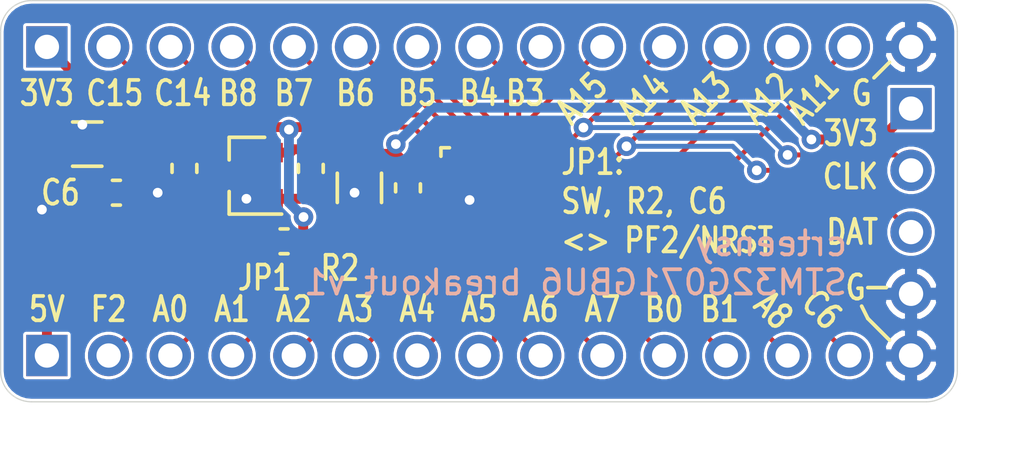
<source format=kicad_pcb>
(kicad_pcb (version 20171130) (host pcbnew 5.1.6-c6e7f7d~87~ubuntu18.04.1)

  (general
    (thickness 1.6)
    (drawings 47)
    (tracks 196)
    (zones 0)
    (modules 14)
    (nets 31)
  )

  (page A4)
  (layers
    (0 F.Cu signal)
    (31 B.Cu signal)
    (32 B.Adhes user)
    (33 F.Adhes user)
    (34 B.Paste user)
    (35 F.Paste user)
    (36 B.SilkS user)
    (37 F.SilkS user)
    (38 B.Mask user)
    (39 F.Mask user)
    (40 Dwgs.User user)
    (41 Cmts.User user)
    (42 Eco1.User user)
    (43 Eco2.User user)
    (44 Edge.Cuts user)
    (45 Margin user)
    (46 B.CrtYd user)
    (47 F.CrtYd user)
    (48 B.Fab user)
    (49 F.Fab user)
  )

  (setup
    (last_trace_width 0.25)
    (user_trace_width 0.1524)
    (user_trace_width 0.2032)
    (user_trace_width 0.254)
    (user_trace_width 0.3048)
    (user_trace_width 0.3556)
    (user_trace_width 0.4064)
    (user_trace_width 0.508)
    (trace_clearance 0.127)
    (zone_clearance 0.508)
    (zone_45_only no)
    (trace_min 0.2)
    (via_size 0.8)
    (via_drill 0.4)
    (via_min_size 0.4)
    (via_min_drill 0.2)
    (user_via 0.4 0.2)
    (user_via 0.5 0.25)
    (user_via 0.6 0.3)
    (user_via 0.8 0.4)
    (uvia_size 0.4)
    (uvia_drill 0.2)
    (uvias_allowed no)
    (uvia_min_size 0.4)
    (uvia_min_drill 0.2)
    (edge_width 0.05)
    (segment_width 0.2)
    (pcb_text_width 0.3)
    (pcb_text_size 1.5 1.5)
    (mod_edge_width 0.12)
    (mod_text_size 0.8 1)
    (mod_text_width 0.153)
    (pad_size 1.7 1.7)
    (pad_drill 1)
    (pad_to_mask_clearance 0.05)
    (solder_mask_min_width 0.1)
    (aux_axis_origin 102.235 86.995)
    (grid_origin 102.235 86.995)
    (visible_elements FFFFFF7F)
    (pcbplotparams
      (layerselection 0x010fc_ffffffff)
      (usegerberextensions false)
      (usegerberattributes false)
      (usegerberadvancedattributes false)
      (creategerberjobfile false)
      (excludeedgelayer true)
      (linewidth 0.100000)
      (plotframeref false)
      (viasonmask false)
      (mode 1)
      (useauxorigin true)
      (hpglpennumber 1)
      (hpglpenspeed 20)
      (hpglpendiameter 15.000000)
      (psnegative false)
      (psa4output false)
      (plotreference true)
      (plotvalue false)
      (plotinvisibletext false)
      (padsonsilk true)
      (subtractmaskfromsilk false)
      (outputformat 1)
      (mirror false)
      (drillshape 0)
      (scaleselection 1)
      (outputdirectory "gerbers/"))
  )

  (net 0 "")
  (net 1 GND)
  (net 2 +5V)
  (net 3 +3V3)
  (net 4 /PC14)
  (net 5 /PB8)
  (net 6 /PA15)
  (net 7 /PA14)
  (net 8 /PA1)
  (net 9 /PA2)
  (net 10 /PB1)
  (net 11 /PB0)
  (net 12 /PB7)
  (net 13 /PB6)
  (net 14 /PB5)
  (net 15 /PB4)
  (net 16 /PB3)
  (net 17 /PA13)
  (net 18 /PA12)
  (net 19 /PA11)
  (net 20 /PC6)
  (net 21 /PA8)
  (net 22 /PA7)
  (net 23 /PA6)
  (net 24 /PA5)
  (net 25 /PA4)
  (net 26 /PA3)
  (net 27 /PA0)
  (net 28 /PF2)
  (net 29 /PC15)
  (net 30 "Net-(C6-Pad1)")

  (net_class Default "This is the default net class."
    (clearance 0.127)
    (trace_width 0.25)
    (via_dia 0.8)
    (via_drill 0.4)
    (uvia_dia 0.4)
    (uvia_drill 0.2)
    (add_net +3V3)
    (add_net +5V)
    (add_net /PA0)
    (add_net /PA1)
    (add_net /PA11)
    (add_net /PA12)
    (add_net /PA13)
    (add_net /PA14)
    (add_net /PA15)
    (add_net /PA2)
    (add_net /PA3)
    (add_net /PA4)
    (add_net /PA5)
    (add_net /PA6)
    (add_net /PA7)
    (add_net /PA8)
    (add_net /PB0)
    (add_net /PB1)
    (add_net /PB3)
    (add_net /PB4)
    (add_net /PB5)
    (add_net /PB6)
    (add_net /PB7)
    (add_net /PB8)
    (add_net /PC14)
    (add_net /PC15)
    (add_net /PC6)
    (add_net /PF2)
    (add_net GND)
    (add_net "Net-(C6-Pad1)")
  )

  (module Button_Switch_SMD:SW_Push_1P1T_NO_CK_KMR2 (layer F.Cu) (tedit 60132C15) (tstamp 5FF4D189)
    (at 105.8 97.5 180)
    (descr "CK components KMR2 tactile switch http://www.ckswitches.com/media/1479/kmr2.pdf")
    (tags "tactile switch kmr2")
    (path /60052FC8)
    (attr smd)
    (fp_text reference SW1 (at 0 -2.45 180) (layer F.SilkS) hide
      (effects (font (size 1 1) (thickness 0.15)))
    )
    (fp_text value SW_Push (at 0 2.55 180) (layer F.Fab)
      (effects (font (size 1 1) (thickness 0.15)))
    )
    (fp_text user %R (at 0 -2.45 180) (layer F.Fab)
      (effects (font (size 1 1) (thickness 0.15)))
    )
    (fp_line (start -2.1 -1.4) (end 2.1 -1.4) (layer F.Fab) (width 0.1))
    (fp_line (start 2.1 -1.4) (end 2.1 1.4) (layer F.Fab) (width 0.1))
    (fp_line (start 2.1 1.4) (end -2.1 1.4) (layer F.Fab) (width 0.1))
    (fp_line (start -2.1 1.4) (end -2.1 -1.4) (layer F.Fab) (width 0.1))
    (fp_line (start -2.8 -1.8) (end 2.8 -1.8) (layer F.CrtYd) (width 0.05))
    (fp_line (start 2.8 -1.8) (end 2.8 1.8) (layer F.CrtYd) (width 0.05))
    (fp_line (start 2.8 1.8) (end -2.8 1.8) (layer F.CrtYd) (width 0.05))
    (fp_line (start -2.8 1.8) (end -2.8 -1.8) (layer F.CrtYd) (width 0.05))
    (fp_circle (center 0 0) (end 0 0.8) (layer F.Fab) (width 0.1))
    (pad 2 smd rect (at 2.05 0.8 180) (size 0.9 1) (layers F.Cu F.Paste F.Mask)
      (net 1 GND))
    (pad 1 smd rect (at 2.05 -0.8 180) (size 0.9 1) (layers F.Cu F.Paste F.Mask)
      (net 30 "Net-(C6-Pad1)"))
    (pad 2 smd rect (at -2.05 0.8 180) (size 0.9 1) (layers F.Cu F.Paste F.Mask)
      (net 1 GND))
    (pad 1 smd rect (at -2.05 -0.8 180) (size 0.9 1) (layers F.Cu F.Paste F.Mask)
      (net 30 "Net-(C6-Pad1)"))
    (model ${KISYS3DMOD}/Button_Switch_SMD.3dshapes/SW_Push_1P1T_NO_CK_KMR2.wrl
      (at (xyz 0 0 0))
      (scale (xyz 1 1 1))
      (rotate (xyz 0 0 0))
    )
  )

  (module Jumper:SolderJumper-2_P1.3mm_Open_Pad1.0x1.5mm (layer F.Cu) (tedit 5FF4CFFD) (tstamp 5FF52416)
    (at 110.65 97.6 90)
    (descr "SMD Solder Jumper, 1x1.5mm Pads, 0.3mm gap, open")
    (tags "solder jumper open")
    (path /6006A59F)
    (attr virtual)
    (fp_text reference JP1 (at -0.8 2.45 180) (layer F.SilkS)
      (effects (font (size 1 0.8) (thickness 0.15)))
    )
    (fp_text value SolderJumper_2_Open (at 0 1.9 90) (layer F.Fab)
      (effects (font (size 1 1) (thickness 0.15)))
    )
    (fp_line (start -1.65 -1.25) (end 1.65 -1.25) (layer F.CrtYd) (width 0.05))
    (fp_line (start -1.65 -1.25) (end -1.65 1.25) (layer F.CrtYd) (width 0.05))
    (fp_line (start 1.65 1.25) (end 1.65 -1.25) (layer F.CrtYd) (width 0.05))
    (fp_line (start 1.65 1.25) (end -1.65 1.25) (layer F.CrtYd) (width 0.05))
    (pad 1 smd rect (at -0.65 0 90) (size 1 1.5) (layers F.Cu F.Mask)
      (net 28 /PF2))
    (pad 2 smd rect (at 0.65 0 90) (size 1 1.5) (layers F.Cu F.Mask)
      (net 30 "Net-(C6-Pad1)"))
  )

  (module UFQPFN28:UFQFPN28 (layer F.Cu) (tedit 5FF4CDD6) (tstamp 5FF3F289)
    (at 122.555 95.25)
    (path /5FF3C673)
    (attr smd)
    (fp_text reference U2 (at 0 0) (layer F.SilkS) hide
      (effects (font (size 1 0.8) (thickness 0.153)))
    )
    (fp_text value STM32G071GBU6 (at 0 -0.5) (layer F.Fab) hide
      (effects (font (size 1 1) (thickness 0.12)))
    )
    (fp_line (start -2.3 2.3) (end -2.3 -2.3) (layer F.CrtYd) (width 0.05))
    (fp_line (start 2.3 2.3) (end -2.3 2.3) (layer F.CrtYd) (width 0.05))
    (fp_line (start 2.3 -2.3) (end 2.3 2.3) (layer F.CrtYd) (width 0.05))
    (fp_line (start -2.3 -2.3) (end 2.3 -2.3) (layer F.CrtYd) (width 0.05))
    (fp_line (start -2.2 -2.2) (end -1.85 -2.2) (layer F.SilkS) (width 0.15))
    (fp_line (start -2.2 -1.85) (end -2.2 -2.2) (layer F.SilkS) (width 0.15))
    (fp_line (start -1 -2) (end -2 -1) (layer F.Fab) (width 0.1))
    (fp_line (start -2 2) (end -2 -1) (layer F.Fab) (width 0.1))
    (fp_line (start 1.975 2) (end -2 2) (layer F.Fab) (width 0.1))
    (fp_line (start 2 -2) (end 2 2) (layer F.Fab) (width 0.1))
    (fp_line (start 2 -2) (end -1 -2) (layer F.Fab) (width 0.1))
    (fp_text user REF** (at 0 -2.75) (layer F.SilkS) hide
      (effects (font (size 0.8 0.8) (thickness 0.1)))
    )
    (pad 1 smd custom (at -1.975 -1.5 270) (size 0.3 0.35) (layers F.Cu F.Paste F.Mask)
      (net 4 /PC14) (zone_connect 0)
      (options (clearance outline) (anchor rect))
      (primitives
        (gr_poly (pts
           (xy -0.15 -0.175) (xy -0.15 0.175) (xy 0.15 0.175) (xy 0.15 -0.325) (xy 0 -0.325)
) (width 0))
      ))
    (pad 28 smd custom (at -1.5 -1.975 180) (size 0.3 0.35) (layers F.Cu F.Paste F.Mask)
      (net 5 /PB8) (zone_connect 0)
      (options (clearance outline) (anchor rect))
      (primitives
        (gr_poly (pts
           (xy 0.15 -0.175) (xy 0.15 0.175) (xy -0.15 0.175) (xy -0.15 -0.325) (xy 0 -0.325)
) (width 0))
      ))
    (pad 22 smd custom (at 1.5 -1.975 180) (size 0.3 0.35) (layers F.Cu F.Paste F.Mask)
      (net 6 /PA15) (zone_connect 0)
      (options (clearance outline) (anchor rect))
      (primitives
        (gr_poly (pts
           (xy -0.15 -0.175) (xy -0.15 0.175) (xy 0.15 0.175) (xy 0.15 -0.325) (xy 0 -0.325)
) (width 0))
      ))
    (pad 21 smd custom (at 1.975 -1.5 90) (size 0.3 0.35) (layers F.Cu F.Paste F.Mask)
      (net 7 /PA14) (zone_connect 0)
      (options (clearance outline) (anchor rect))
      (primitives
        (gr_poly (pts
           (xy 0.15 -0.175) (xy 0.15 0.175) (xy -0.15 0.175) (xy -0.15 -0.325) (xy 0 -0.325)
) (width 0))
      ))
    (pad 7 smd custom (at -1.975 1.5 270) (size 0.3 0.35) (layers F.Cu F.Paste F.Mask)
      (net 8 /PA1) (zone_connect 0)
      (options (clearance outline) (anchor rect))
      (primitives
        (gr_poly (pts
           (xy 0.15 -0.175) (xy 0.15 0.175) (xy -0.15 0.175) (xy -0.15 -0.325) (xy 0 -0.325)
) (width 0))
      ))
    (pad 8 smd custom (at -1.5 1.975) (size 0.3 0.35) (layers F.Cu F.Paste F.Mask)
      (net 9 /PA2) (zone_connect 0)
      (options (clearance outline) (anchor rect))
      (primitives
        (gr_poly (pts
           (xy -0.15 -0.175) (xy -0.15 0.175) (xy 0.15 0.175) (xy 0.15 -0.325) (xy 0 -0.325)
) (width 0))
      ))
    (pad 15 smd custom (at 1.975 1.5 90) (size 0.3 0.35) (layers F.Cu F.Paste F.Mask)
      (net 10 /PB1) (zone_connect 0)
      (options (clearance outline) (anchor rect))
      (primitives
        (gr_poly (pts
           (xy -0.15 -0.175) (xy -0.15 0.175) (xy 0.15 0.175) (xy 0.15 -0.325) (xy 0 -0.325)
) (width 0))
      ))
    (pad 14 smd custom (at 1.5 1.975) (size 0.3 0.35) (layers F.Cu F.Paste F.Mask)
      (net 11 /PB0) (zone_connect 0)
      (options (clearance outline) (anchor rect))
      (primitives
        (gr_poly (pts
           (xy 0.15 -0.175) (xy 0.15 0.175) (xy -0.15 0.175) (xy -0.15 -0.325) (xy 0 -0.325)
) (width 0))
      ))
    (pad 27 smd rect (at -1 -1.875 270) (size 0.55 0.3) (layers F.Cu F.Paste F.Mask)
      (net 12 /PB7))
    (pad 26 smd rect (at -0.5 -1.875 270) (size 0.55 0.3) (layers F.Cu F.Paste F.Mask)
      (net 13 /PB6))
    (pad 25 smd rect (at 0 -1.875 270) (size 0.55 0.3) (layers F.Cu F.Paste F.Mask)
      (net 14 /PB5))
    (pad 24 smd rect (at 0.5 -1.875 270) (size 0.55 0.3) (layers F.Cu F.Paste F.Mask)
      (net 15 /PB4))
    (pad 23 smd rect (at 1 -1.875 270) (size 0.55 0.3) (layers F.Cu F.Paste F.Mask)
      (net 16 /PB3))
    (pad 20 smd rect (at 1.875 -1 180) (size 0.55 0.3) (layers F.Cu F.Paste F.Mask)
      (net 17 /PA13))
    (pad 19 smd rect (at 1.875 -0.475 180) (size 0.55 0.3) (layers F.Cu F.Paste F.Mask)
      (net 18 /PA12))
    (pad 18 smd rect (at 1.875 0.025 180) (size 0.55 0.3) (layers F.Cu F.Paste F.Mask)
      (net 19 /PA11))
    (pad 17 smd rect (at 1.875 0.5 180) (size 0.55 0.3) (layers F.Cu F.Paste F.Mask)
      (net 20 /PC6))
    (pad 16 smd rect (at 1.875 1 180) (size 0.55 0.3) (layers F.Cu F.Paste F.Mask)
      (net 21 /PA8))
    (pad 13 smd rect (at 1 1.875 90) (size 0.55 0.3) (layers F.Cu F.Paste F.Mask)
      (net 22 /PA7))
    (pad 12 smd rect (at 0.5 1.875 90) (size 0.55 0.3) (layers F.Cu F.Paste F.Mask)
      (net 23 /PA6))
    (pad 11 smd rect (at 0 1.875 90) (size 0.55 0.3) (layers F.Cu F.Paste F.Mask)
      (net 24 /PA5))
    (pad 10 smd rect (at -0.5 1.875 90) (size 0.55 0.3) (layers F.Cu F.Paste F.Mask)
      (net 25 /PA4))
    (pad 9 smd rect (at -1 1.875 90) (size 0.55 0.3) (layers F.Cu F.Paste F.Mask)
      (net 26 /PA3))
    (pad 6 smd rect (at -1.875 1) (size 0.55 0.3) (layers F.Cu F.Paste F.Mask)
      (net 27 /PA0))
    (pad 5 smd rect (at -1.875 0.5) (size 0.55 0.3) (layers F.Cu F.Paste F.Mask)
      (net 28 /PF2))
    (pad 3 smd rect (at -1.875 -0.5) (size 0.55 0.3) (layers F.Cu F.Paste F.Mask)
      (net 3 +3V3))
    (pad 2 smd rect (at -1.875 -1) (size 0.55 0.3) (layers F.Cu F.Paste F.Mask)
      (net 29 /PC15))
    (pad 4 smd rect (at -1.875 0) (size 0.55 0.3) (layers F.Cu F.Paste F.Mask)
      (net 1 GND))
  )

  (module Capacitor_SMD:C_0603_1608Metric (layer F.Cu) (tedit 5FF4CDB9) (tstamp 5FF4D23B)
    (at 115 93.9 270)
    (descr "Capacitor SMD 0603 (1608 Metric), square (rectangular) end terminal, IPC_7351 nominal, (Body size source: http://www.tortai-tech.com/upload/download/2011102023233369053.pdf), generated with kicad-footprint-generator")
    (tags capacitor)
    (path /5FF3F4EE)
    (attr smd)
    (fp_text reference C4 (at 0 -1.43 270) (layer F.SilkS) hide
      (effects (font (size 1 0.8) (thickness 0.153)))
    )
    (fp_text value 1u (at 0 1.43 270) (layer F.Fab) hide
      (effects (font (size 1 1) (thickness 0.15)))
    )
    (fp_line (start 1.48 0.73) (end -1.48 0.73) (layer F.CrtYd) (width 0.05))
    (fp_line (start 1.48 -0.73) (end 1.48 0.73) (layer F.CrtYd) (width 0.05))
    (fp_line (start -1.48 -0.73) (end 1.48 -0.73) (layer F.CrtYd) (width 0.05))
    (fp_line (start -1.48 0.73) (end -1.48 -0.73) (layer F.CrtYd) (width 0.05))
    (fp_line (start -0.162779 0.51) (end 0.162779 0.51) (layer F.SilkS) (width 0.15))
    (fp_line (start -0.162779 -0.51) (end 0.162779 -0.51) (layer F.SilkS) (width 0.15))
    (fp_line (start 0.8 0.4) (end -0.8 0.4) (layer F.Fab) (width 0.1))
    (fp_line (start 0.8 -0.4) (end 0.8 0.4) (layer F.Fab) (width 0.1))
    (fp_line (start -0.8 -0.4) (end 0.8 -0.4) (layer F.Fab) (width 0.1))
    (fp_line (start -0.8 0.4) (end -0.8 -0.4) (layer F.Fab) (width 0.1))
    (fp_text user %R (at 0 0 270) (layer F.SilkS) hide
      (effects (font (size 1 0.8) (thickness 0.153)))
    )
    (pad 2 smd roundrect (at 0.7875 0 270) (size 0.875 0.95) (layers F.Cu F.Paste F.Mask) (roundrect_rratio 0.25)
      (net 1 GND))
    (pad 1 smd roundrect (at -0.7875 0 270) (size 0.875 0.95) (layers F.Cu F.Paste F.Mask) (roundrect_rratio 0.25)
      (net 3 +3V3))
    (model ${KISYS3DMOD}/Capacitor_SMD.3dshapes/C_0603_1608Metric.wrl
      (at (xyz 0 0 0))
      (scale (xyz 1 1 1))
      (rotate (xyz 0 0 0))
    )
  )

  (module Resistor_SMD:R_0603_1608Metric (layer F.Cu) (tedit 5FF4CD98) (tstamp 5FF4FE6D)
    (at 113.9 96.9 180)
    (descr "Resistor SMD 0603 (1608 Metric), square (rectangular) end terminal, IPC_7351 nominal, (Body size source: http://www.tortai-tech.com/upload/download/2011102023233369053.pdf), generated with kicad-footprint-generator")
    (tags resistor)
    (path /6004A4A2)
    (attr smd)
    (fp_text reference R2 (at -2.3 -1.1 180) (layer F.SilkS)
      (effects (font (size 1 0.8) (thickness 0.153)))
    )
    (fp_text value 10k (at 0 1.43 180) (layer F.Fab)
      (effects (font (size 1 1) (thickness 0.15)))
    )
    (fp_line (start -0.8 0.4) (end -0.8 -0.4) (layer F.Fab) (width 0.1))
    (fp_line (start -0.8 -0.4) (end 0.8 -0.4) (layer F.Fab) (width 0.1))
    (fp_line (start 0.8 -0.4) (end 0.8 0.4) (layer F.Fab) (width 0.1))
    (fp_line (start 0.8 0.4) (end -0.8 0.4) (layer F.Fab) (width 0.1))
    (fp_line (start -0.162779 -0.51) (end 0.162779 -0.51) (layer F.SilkS) (width 0.15))
    (fp_line (start -0.162779 0.51) (end 0.162779 0.51) (layer F.SilkS) (width 0.15))
    (fp_line (start -1.48 0.73) (end -1.48 -0.73) (layer F.CrtYd) (width 0.05))
    (fp_line (start -1.48 -0.73) (end 1.48 -0.73) (layer F.CrtYd) (width 0.05))
    (fp_line (start 1.48 -0.73) (end 1.48 0.73) (layer F.CrtYd) (width 0.05))
    (fp_line (start 1.48 0.73) (end -1.48 0.73) (layer F.CrtYd) (width 0.05))
    (pad 2 smd roundrect (at 0.7875 0 180) (size 0.875 0.95) (layers F.Cu F.Paste F.Mask) (roundrect_rratio 0.25)
      (net 30 "Net-(C6-Pad1)"))
    (pad 1 smd roundrect (at -0.7875 0 180) (size 0.875 0.95) (layers F.Cu F.Paste F.Mask) (roundrect_rratio 0.25)
      (net 3 +3V3))
    (model ${KISYS3DMOD}/Resistor_SMD.3dshapes/R_0603_1608Metric.wrl
      (at (xyz 0 0 0))
      (scale (xyz 1 1 1))
      (rotate (xyz 0 0 0))
    )
  )

  (module Capacitor_SMD:C_0603_1608Metric (layer F.Cu) (tedit 5FF4CD88) (tstamp 5FF3F010)
    (at 119 94.7 270)
    (descr "Capacitor SMD 0603 (1608 Metric), square (rectangular) end terminal, IPC_7351 nominal, (Body size source: http://www.tortai-tech.com/upload/download/2011102023233369053.pdf), generated with kicad-footprint-generator")
    (tags capacitor)
    (path /5FF3E533)
    (attr smd)
    (fp_text reference C1 (at 0 -1.43 270) (layer F.SilkS) hide
      (effects (font (size 1 0.8) (thickness 0.153)))
    )
    (fp_text value 100n (at 0 1.43 270) (layer F.Fab) hide
      (effects (font (size 1 1) (thickness 0.15)))
    )
    (fp_line (start 1.48 0.73) (end -1.48 0.73) (layer F.CrtYd) (width 0.05))
    (fp_line (start 1.48 -0.73) (end 1.48 0.73) (layer F.CrtYd) (width 0.05))
    (fp_line (start -1.48 -0.73) (end 1.48 -0.73) (layer F.CrtYd) (width 0.05))
    (fp_line (start -1.48 0.73) (end -1.48 -0.73) (layer F.CrtYd) (width 0.05))
    (fp_line (start -0.162779 0.51) (end 0.162779 0.51) (layer F.SilkS) (width 0.15))
    (fp_line (start -0.162779 -0.51) (end 0.162779 -0.51) (layer F.SilkS) (width 0.15))
    (fp_line (start 0.8 0.4) (end -0.8 0.4) (layer F.Fab) (width 0.1))
    (fp_line (start 0.8 -0.4) (end 0.8 0.4) (layer F.Fab) (width 0.1))
    (fp_line (start -0.8 -0.4) (end 0.8 -0.4) (layer F.Fab) (width 0.1))
    (fp_line (start -0.8 0.4) (end -0.8 -0.4) (layer F.Fab) (width 0.1))
    (fp_text user %R (at 0 0 270) (layer F.SilkS) hide
      (effects (font (size 1 0.8) (thickness 0.153)))
    )
    (pad 2 smd roundrect (at 0.7875 0 270) (size 0.875 0.95) (layers F.Cu F.Paste F.Mask) (roundrect_rratio 0.25)
      (net 1 GND))
    (pad 1 smd roundrect (at -0.7875 0 270) (size 0.875 0.95) (layers F.Cu F.Paste F.Mask) (roundrect_rratio 0.25)
      (net 3 +3V3))
    (model ${KISYS3DMOD}/Capacitor_SMD.3dshapes/C_0603_1608Metric.wrl
      (at (xyz 0 0 0))
      (scale (xyz 1 1 1))
      (rotate (xyz 0 0 0))
    )
  )

  (module Capacitor_SMD:C_1206_3216Metric (layer F.Cu) (tedit 5FF4CD72) (tstamp 5FF4D2F8)
    (at 117 94.7 270)
    (descr "Capacitor SMD 1206 (3216 Metric), square (rectangular) end terminal, IPC_7351 nominal, (Body size source: http://www.tortai-tech.com/upload/download/2011102023233369053.pdf), generated with kicad-footprint-generator")
    (tags capacitor)
    (path /5FF8B0B7)
    (attr smd)
    (fp_text reference C5 (at 0 -1.82 270) (layer F.SilkS) hide
      (effects (font (size 1 0.8) (thickness 0.153)))
    )
    (fp_text value 10u (at 0 1.82 270) (layer F.Fab) hide
      (effects (font (size 1 1) (thickness 0.15)))
    )
    (fp_line (start 2.28 1.12) (end -2.28 1.12) (layer F.CrtYd) (width 0.05))
    (fp_line (start 2.28 -1.12) (end 2.28 1.12) (layer F.CrtYd) (width 0.05))
    (fp_line (start -2.28 -1.12) (end 2.28 -1.12) (layer F.CrtYd) (width 0.05))
    (fp_line (start -2.28 1.12) (end -2.28 -1.12) (layer F.CrtYd) (width 0.05))
    (fp_line (start -0.602064 0.91) (end 0.602064 0.91) (layer F.SilkS) (width 0.15))
    (fp_line (start -0.602064 -0.91) (end 0.602064 -0.91) (layer F.SilkS) (width 0.15))
    (fp_line (start 1.6 0.8) (end -1.6 0.8) (layer F.Fab) (width 0.1))
    (fp_line (start 1.6 -0.8) (end 1.6 0.8) (layer F.Fab) (width 0.1))
    (fp_line (start -1.6 -0.8) (end 1.6 -0.8) (layer F.Fab) (width 0.1))
    (fp_line (start -1.6 0.8) (end -1.6 -0.8) (layer F.Fab) (width 0.1))
    (fp_text user %R (at 0 0 270) (layer F.SilkS) hide
      (effects (font (size 1 0.8) (thickness 0.153)))
    )
    (pad 2 smd roundrect (at 1.4 0 270) (size 1.25 1.75) (layers F.Cu F.Paste F.Mask) (roundrect_rratio 0.2)
      (net 1 GND))
    (pad 1 smd roundrect (at -1.4 0 270) (size 1.25 1.75) (layers F.Cu F.Paste F.Mask) (roundrect_rratio 0.2)
      (net 3 +3V3))
    (model ${KISYS3DMOD}/Capacitor_SMD.3dshapes/C_1206_3216Metric.wrl
      (at (xyz 0 0 0))
      (scale (xyz 1 1 1))
      (rotate (xyz 0 0 0))
    )
  )

  (module Package_TO_SOT_SMD:SOT-23 (layer F.Cu) (tedit 5FF4CD60) (tstamp 5FF4D26F)
    (at 112.4 94.2 180)
    (descr "SOT-23, Standard")
    (tags SOT-23)
    (path /5FF3EDE2)
    (attr smd)
    (fp_text reference U1 (at 0 -2.5 180) (layer F.SilkS) hide
      (effects (font (size 1 0.8) (thickness 0.153)))
    )
    (fp_text value MCP1700-3302E_SOT23 (at 0 2.5 180) (layer F.Fab) hide
      (effects (font (size 1 1) (thickness 0.15)))
    )
    (fp_line (start 0.76 1.58) (end -0.7 1.58) (layer F.SilkS) (width 0.15))
    (fp_line (start 0.76 -1.58) (end -1.4 -1.58) (layer F.SilkS) (width 0.15))
    (fp_line (start -1.7 1.75) (end -1.7 -1.75) (layer F.CrtYd) (width 0.05))
    (fp_line (start 1.7 1.75) (end -1.7 1.75) (layer F.CrtYd) (width 0.05))
    (fp_line (start 1.7 -1.75) (end 1.7 1.75) (layer F.CrtYd) (width 0.05))
    (fp_line (start -1.7 -1.75) (end 1.7 -1.75) (layer F.CrtYd) (width 0.05))
    (fp_line (start 0.76 -1.58) (end 0.76 -0.65) (layer F.SilkS) (width 0.15))
    (fp_line (start 0.76 1.58) (end 0.76 0.65) (layer F.SilkS) (width 0.15))
    (fp_line (start -0.7 1.52) (end 0.7 1.52) (layer F.Fab) (width 0.1))
    (fp_line (start 0.7 -1.52) (end 0.7 1.52) (layer F.Fab) (width 0.1))
    (fp_line (start -0.7 -0.95) (end -0.15 -1.52) (layer F.Fab) (width 0.1))
    (fp_line (start -0.15 -1.52) (end 0.7 -1.52) (layer F.Fab) (width 0.1))
    (fp_line (start -0.7 -0.95) (end -0.7 1.5) (layer F.Fab) (width 0.1))
    (fp_text user %R (at 0 0 270) (layer F.SilkS) hide
      (effects (font (size 1 0.8) (thickness 0.153)))
    )
    (pad 3 smd rect (at 1 0 180) (size 0.9 0.8) (layers F.Cu F.Paste F.Mask)
      (net 2 +5V))
    (pad 2 smd rect (at -1 0.95 180) (size 0.9 0.8) (layers F.Cu F.Paste F.Mask)
      (net 3 +3V3))
    (pad 1 smd rect (at -1 -0.95 180) (size 0.9 0.8) (layers F.Cu F.Paste F.Mask)
      (net 1 GND))
    (model ${KISYS3DMOD}/Package_TO_SOT_SMD.3dshapes/SOT-23.wrl
      (at (xyz 0 0 0))
      (scale (xyz 1 1 1))
      (rotate (xyz 0 0 0))
    )
  )

  (module Capacitor_SMD:C_0603_1608Metric (layer F.Cu) (tedit 5FF4CD47) (tstamp 5FF4D1D5)
    (at 109.8 93.9 270)
    (descr "Capacitor SMD 0603 (1608 Metric), square (rectangular) end terminal, IPC_7351 nominal, (Body size source: http://www.tortai-tech.com/upload/download/2011102023233369053.pdf), generated with kicad-footprint-generator")
    (tags capacitor)
    (path /5FF3F7FB)
    (attr smd)
    (fp_text reference C3 (at 0 -1.43 270) (layer F.SilkS) hide
      (effects (font (size 1 0.8) (thickness 0.153)))
    )
    (fp_text value 1u (at 0 1.43 270) (layer F.Fab) hide
      (effects (font (size 1 1) (thickness 0.15)))
    )
    (fp_line (start 1.48 0.73) (end -1.48 0.73) (layer F.CrtYd) (width 0.05))
    (fp_line (start 1.48 -0.73) (end 1.48 0.73) (layer F.CrtYd) (width 0.05))
    (fp_line (start -1.48 -0.73) (end 1.48 -0.73) (layer F.CrtYd) (width 0.05))
    (fp_line (start -1.48 0.73) (end -1.48 -0.73) (layer F.CrtYd) (width 0.05))
    (fp_line (start -0.162779 0.51) (end 0.162779 0.51) (layer F.SilkS) (width 0.15))
    (fp_line (start -0.162779 -0.51) (end 0.162779 -0.51) (layer F.SilkS) (width 0.15))
    (fp_line (start 0.8 0.4) (end -0.8 0.4) (layer F.Fab) (width 0.1))
    (fp_line (start 0.8 -0.4) (end 0.8 0.4) (layer F.Fab) (width 0.1))
    (fp_line (start -0.8 -0.4) (end 0.8 -0.4) (layer F.Fab) (width 0.1))
    (fp_line (start -0.8 0.4) (end -0.8 -0.4) (layer F.Fab) (width 0.1))
    (fp_text user %R (at 0 0 270) (layer F.SilkS) hide
      (effects (font (size 1 0.8) (thickness 0.153)))
    )
    (pad 2 smd roundrect (at 0.7875 0 270) (size 0.875 0.95) (layers F.Cu F.Paste F.Mask) (roundrect_rratio 0.25)
      (net 1 GND))
    (pad 1 smd roundrect (at -0.7875 0 270) (size 0.875 0.95) (layers F.Cu F.Paste F.Mask) (roundrect_rratio 0.25)
      (net 2 +5V))
    (model ${KISYS3DMOD}/Capacitor_SMD.3dshapes/C_0603_1608Metric.wrl
      (at (xyz 0 0 0))
      (scale (xyz 1 1 1))
      (rotate (xyz 0 0 0))
    )
  )

  (module Capacitor_SMD:C_0603_1608Metric (layer F.Cu) (tedit 5FF4CD2C) (tstamp 5FF4BFCD)
    (at 107 94.9)
    (descr "Capacitor SMD 0603 (1608 Metric), square (rectangular) end terminal, IPC_7351 nominal, (Body size source: http://www.tortai-tech.com/upload/download/2011102023233369053.pdf), generated with kicad-footprint-generator")
    (tags capacitor)
    (path /6004E73A)
    (attr smd)
    (fp_text reference C6 (at -2.3 0) (layer F.SilkS)
      (effects (font (size 1 0.8) (thickness 0.153)))
    )
    (fp_text value 100n (at 0 1.43) (layer F.Fab)
      (effects (font (size 1 1) (thickness 0.15)))
    )
    (fp_line (start -0.8 0.4) (end -0.8 -0.4) (layer F.Fab) (width 0.1))
    (fp_line (start -0.8 -0.4) (end 0.8 -0.4) (layer F.Fab) (width 0.1))
    (fp_line (start 0.8 -0.4) (end 0.8 0.4) (layer F.Fab) (width 0.1))
    (fp_line (start 0.8 0.4) (end -0.8 0.4) (layer F.Fab) (width 0.1))
    (fp_line (start -0.162779 -0.51) (end 0.162779 -0.51) (layer F.SilkS) (width 0.15))
    (fp_line (start -0.162779 0.51) (end 0.162779 0.51) (layer F.SilkS) (width 0.15))
    (fp_line (start -1.48 0.73) (end -1.48 -0.73) (layer F.CrtYd) (width 0.05))
    (fp_line (start -1.48 -0.73) (end 1.48 -0.73) (layer F.CrtYd) (width 0.05))
    (fp_line (start 1.48 -0.73) (end 1.48 0.73) (layer F.CrtYd) (width 0.05))
    (fp_line (start 1.48 0.73) (end -1.48 0.73) (layer F.CrtYd) (width 0.05))
    (pad 2 smd roundrect (at 0.7875 0) (size 0.875 0.95) (layers F.Cu F.Paste F.Mask) (roundrect_rratio 0.25)
      (net 1 GND))
    (pad 1 smd roundrect (at -0.7875 0) (size 0.875 0.95) (layers F.Cu F.Paste F.Mask) (roundrect_rratio 0.25)
      (net 30 "Net-(C6-Pad1)"))
    (model ${KISYS3DMOD}/Capacitor_SMD.3dshapes/C_0603_1608Metric.wrl
      (at (xyz 0 0 0))
      (scale (xyz 1 1 1))
      (rotate (xyz 0 0 0))
    )
  )

  (module Capacitor_SMD:C_1206_3216Metric (layer F.Cu) (tedit 5FF4CD12) (tstamp 5FF4D2A7)
    (at 105.8 92.9 180)
    (descr "Capacitor SMD 1206 (3216 Metric), square (rectangular) end terminal, IPC_7351 nominal, (Body size source: http://www.tortai-tech.com/upload/download/2011102023233369053.pdf), generated with kicad-footprint-generator")
    (tags capacitor)
    (path /5FF3F0C4)
    (attr smd)
    (fp_text reference C2 (at 0 -1.82 180) (layer F.SilkS) hide
      (effects (font (size 1 0.8) (thickness 0.153)))
    )
    (fp_text value 10u (at 0 1.82 180) (layer F.Fab) hide
      (effects (font (size 1 1) (thickness 0.15)))
    )
    (fp_line (start 2.28 1.12) (end -2.28 1.12) (layer F.CrtYd) (width 0.05))
    (fp_line (start 2.28 -1.12) (end 2.28 1.12) (layer F.CrtYd) (width 0.05))
    (fp_line (start -2.28 -1.12) (end 2.28 -1.12) (layer F.CrtYd) (width 0.05))
    (fp_line (start -2.28 1.12) (end -2.28 -1.12) (layer F.CrtYd) (width 0.05))
    (fp_line (start -0.602064 0.91) (end 0.602064 0.91) (layer F.SilkS) (width 0.15))
    (fp_line (start -0.602064 -0.91) (end 0.602064 -0.91) (layer F.SilkS) (width 0.15))
    (fp_line (start 1.6 0.8) (end -1.6 0.8) (layer F.Fab) (width 0.1))
    (fp_line (start 1.6 -0.8) (end 1.6 0.8) (layer F.Fab) (width 0.1))
    (fp_line (start -1.6 -0.8) (end 1.6 -0.8) (layer F.Fab) (width 0.1))
    (fp_line (start -1.6 0.8) (end -1.6 -0.8) (layer F.Fab) (width 0.1))
    (fp_text user %R (at 0 0 180) (layer F.SilkS) hide
      (effects (font (size 1 0.8) (thickness 0.153)))
    )
    (pad 2 smd roundrect (at 1.4 0 180) (size 1.25 1.75) (layers F.Cu F.Paste F.Mask) (roundrect_rratio 0.2)
      (net 1 GND))
    (pad 1 smd roundrect (at -1.4 0 180) (size 1.25 1.75) (layers F.Cu F.Paste F.Mask) (roundrect_rratio 0.2)
      (net 2 +5V))
    (model ${KISYS3DMOD}/Capacitor_SMD.3dshapes/C_1206_3216Metric.wrl
      (at (xyz 0 0 0))
      (scale (xyz 1 1 1))
      (rotate (xyz 0 0 0))
    )
  )

  (module Connector_PinHeader_2.54mm:PinHeader_1x04_P2.54mm_Vertical (layer F.Cu) (tedit 5FF39F9C) (tstamp 5FF4257E)
    (at 139.7 91.44)
    (descr "Through hole straight pin header, 1x04, 2.54mm pitch, single row")
    (tags "Through hole pin header THT 1x04 2.54mm single row")
    (path /600184E6)
    (fp_text reference J3 (at 0 -2.33) (layer F.SilkS) hide
      (effects (font (size 1 0.8) (thickness 0.153)))
    )
    (fp_text value Conn_01x04 (at 0 9.95) (layer F.Fab)
      (effects (font (size 1 1) (thickness 0.15)))
    )
    (fp_line (start 1.8 -1.8) (end -1.8 -1.8) (layer F.CrtYd) (width 0.05))
    (fp_line (start 1.8 9.4) (end 1.8 -1.8) (layer F.CrtYd) (width 0.05))
    (fp_line (start -1.8 9.4) (end 1.8 9.4) (layer F.CrtYd) (width 0.05))
    (fp_line (start -1.8 -1.8) (end -1.8 9.4) (layer F.CrtYd) (width 0.05))
    (fp_line (start -1.27 -0.635) (end -0.635 -1.27) (layer F.Fab) (width 0.1))
    (fp_line (start -1.27 8.89) (end -1.27 -0.635) (layer F.Fab) (width 0.1))
    (fp_line (start 1.27 8.89) (end -1.27 8.89) (layer F.Fab) (width 0.1))
    (fp_line (start 1.27 -1.27) (end 1.27 8.89) (layer F.Fab) (width 0.1))
    (fp_line (start -0.635 -1.27) (end 1.27 -1.27) (layer F.Fab) (width 0.1))
    (fp_text user %R (at 0 3.81 90) (layer F.SilkS) hide
      (effects (font (size 1 0.8) (thickness 0.153)))
    )
    (pad 4 thru_hole oval (at 0 7.62) (size 1.7 1.7) (drill 1) (layers *.Cu *.Mask)
      (net 1 GND) (zone_connect 1) (thermal_width 0.5) (thermal_gap 0.25))
    (pad 3 thru_hole oval (at 0 5.08) (size 1.7 1.7) (drill 1) (layers *.Cu *.Mask)
      (net 17 /PA13))
    (pad 2 thru_hole oval (at 0 2.54) (size 1.7 1.7) (drill 1) (layers *.Cu *.Mask)
      (net 7 /PA14))
    (pad 1 thru_hole rect (at 0 0) (size 1.7 1.7) (drill 1) (layers *.Cu *.Mask)
      (net 3 +3V3))
    (model ${KISYS3DMOD}/Connector_PinHeader_2.54mm.3dshapes/PinHeader_1x04_P2.54mm_Vertical.wrl
      (at (xyz 0 0 0))
      (scale (xyz 1 1 1))
      (rotate (xyz 0 0 0))
    )
  )

  (module Connector_PinHeader_2.54mm:PinHeader_1x15_P2.54mm_Vertical (layer B.Cu) (tedit 5FF38F8A) (tstamp 5FF3F087)
    (at 104.14 88.9 270)
    (descr "Through hole straight pin header, 1x15, 2.54mm pitch, single row")
    (tags "Through hole pin header THT 1x15 2.54mm single row")
    (path /5FF3DE9F)
    (fp_text reference J2 (at 0 2.33 270) (layer F.SilkS) hide
      (effects (font (size 1 0.8) (thickness 0.153)) (justify mirror))
    )
    (fp_text value Conn_01x14 (at 0 -37.89 270) (layer B.Fab) hide
      (effects (font (size 1 1) (thickness 0.15)) (justify mirror))
    )
    (fp_line (start 1.8 1.8) (end -1.8 1.8) (layer B.CrtYd) (width 0.05))
    (fp_line (start 1.8 -37.35) (end 1.8 1.8) (layer B.CrtYd) (width 0.05))
    (fp_line (start -1.8 -37.35) (end 1.8 -37.35) (layer B.CrtYd) (width 0.05))
    (fp_line (start -1.8 1.8) (end -1.8 -37.35) (layer B.CrtYd) (width 0.05))
    (fp_line (start -1.27 0.635) (end -0.635 1.27) (layer B.Fab) (width 0.1))
    (fp_line (start -1.27 -36.83) (end -1.27 0.635) (layer B.Fab) (width 0.1))
    (fp_line (start 1.27 -36.83) (end -1.27 -36.83) (layer B.Fab) (width 0.1))
    (fp_line (start 1.27 1.27) (end 1.27 -36.83) (layer B.Fab) (width 0.1))
    (fp_line (start -0.635 1.27) (end 1.27 1.27) (layer B.Fab) (width 0.1))
    (fp_text user %R (at 0 -17.78 180) (layer F.SilkS) hide
      (effects (font (size 1 0.8) (thickness 0.153)) (justify mirror))
    )
    (pad 15 thru_hole oval (at 0 -35.56 270) (size 1.7 1.7) (drill 1) (layers *.Cu *.Mask)
      (net 1 GND) (zone_connect 1) (thermal_width 0.5) (thermal_gap 0.25))
    (pad 14 thru_hole oval (at 0 -33.02 270) (size 1.7 1.7) (drill 1) (layers *.Cu *.Mask)
      (net 19 /PA11))
    (pad 13 thru_hole oval (at 0 -30.48 270) (size 1.7 1.7) (drill 1) (layers *.Cu *.Mask)
      (net 18 /PA12))
    (pad 12 thru_hole oval (at 0 -27.94 270) (size 1.7 1.7) (drill 1) (layers *.Cu *.Mask)
      (net 17 /PA13))
    (pad 11 thru_hole oval (at 0 -25.4 270) (size 1.7 1.7) (drill 1) (layers *.Cu *.Mask)
      (net 7 /PA14))
    (pad 10 thru_hole oval (at 0 -22.86 270) (size 1.7 1.7) (drill 1) (layers *.Cu *.Mask)
      (net 6 /PA15))
    (pad 9 thru_hole oval (at 0 -20.32 270) (size 1.7 1.7) (drill 1) (layers *.Cu *.Mask)
      (net 16 /PB3))
    (pad 8 thru_hole oval (at 0 -17.78 270) (size 1.7 1.7) (drill 1) (layers *.Cu *.Mask)
      (net 15 /PB4))
    (pad 7 thru_hole oval (at 0 -15.24 270) (size 1.7 1.7) (drill 1) (layers *.Cu *.Mask)
      (net 14 /PB5))
    (pad 6 thru_hole oval (at 0 -12.7 270) (size 1.7 1.7) (drill 1) (layers *.Cu *.Mask)
      (net 13 /PB6))
    (pad 5 thru_hole oval (at 0 -10.16 270) (size 1.7 1.7) (drill 1) (layers *.Cu *.Mask)
      (net 12 /PB7))
    (pad 4 thru_hole oval (at 0 -7.62 270) (size 1.7 1.7) (drill 1) (layers *.Cu *.Mask)
      (net 5 /PB8))
    (pad 3 thru_hole oval (at 0 -5.08 270) (size 1.7 1.7) (drill 1) (layers *.Cu *.Mask)
      (net 4 /PC14))
    (pad 2 thru_hole oval (at 0 -2.54 270) (size 1.7 1.7) (drill 1) (layers *.Cu *.Mask)
      (net 29 /PC15))
    (pad 1 thru_hole rect (at 0 0 270) (size 1.7 1.7) (drill 1) (layers *.Cu *.Mask)
      (net 3 +3V3))
    (model ${KISYS3DMOD}/Connector_PinHeader_2.54mm.3dshapes/PinHeader_1x15_P2.54mm_Vertical.wrl
      (at (xyz 0 0 0))
      (scale (xyz 1 1 1))
      (rotate (xyz 0 0 0))
    )
  )

  (module Connector_PinHeader_2.54mm:PinHeader_1x15_P2.54mm_Vertical (layer B.Cu) (tedit 5FF38FA8) (tstamp 5FF3F065)
    (at 104.14 101.6 270)
    (descr "Through hole straight pin header, 1x15, 2.54mm pitch, single row")
    (tags "Through hole pin header THT 1x15 2.54mm single row")
    (path /5FF3D3DA)
    (fp_text reference J1 (at 0 2.33 270) (layer F.SilkS) hide
      (effects (font (size 1 0.8) (thickness 0.153)) (justify mirror))
    )
    (fp_text value Conn_01x14 (at 0 -37.89 270) (layer B.Fab) hide
      (effects (font (size 1 1) (thickness 0.15)) (justify mirror))
    )
    (fp_line (start 1.8 1.8) (end -1.8 1.8) (layer B.CrtYd) (width 0.05))
    (fp_line (start 1.8 -37.35) (end 1.8 1.8) (layer B.CrtYd) (width 0.05))
    (fp_line (start -1.8 -37.35) (end 1.8 -37.35) (layer B.CrtYd) (width 0.05))
    (fp_line (start -1.8 1.8) (end -1.8 -37.35) (layer B.CrtYd) (width 0.05))
    (fp_line (start -1.27 0.635) (end -0.635 1.27) (layer B.Fab) (width 0.1))
    (fp_line (start -1.27 -36.83) (end -1.27 0.635) (layer B.Fab) (width 0.1))
    (fp_line (start 1.27 -36.83) (end -1.27 -36.83) (layer B.Fab) (width 0.1))
    (fp_line (start 1.27 1.27) (end 1.27 -36.83) (layer B.Fab) (width 0.1))
    (fp_line (start -0.635 1.27) (end 1.27 1.27) (layer B.Fab) (width 0.1))
    (fp_text user %R (at 0 -17.78 180) (layer F.SilkS) hide
      (effects (font (size 1 0.8) (thickness 0.153)) (justify mirror))
    )
    (pad 15 thru_hole oval (at 0 -35.56 270) (size 1.7 1.7) (drill 1) (layers *.Cu *.Mask)
      (net 1 GND) (zone_connect 1) (thermal_width 0.5) (thermal_gap 0.25))
    (pad 14 thru_hole oval (at 0 -33.02 270) (size 1.7 1.7) (drill 1) (layers *.Cu *.Mask)
      (net 20 /PC6))
    (pad 13 thru_hole oval (at 0 -30.48 270) (size 1.7 1.7) (drill 1) (layers *.Cu *.Mask)
      (net 21 /PA8))
    (pad 12 thru_hole oval (at 0 -27.94 270) (size 1.7 1.7) (drill 1) (layers *.Cu *.Mask)
      (net 10 /PB1))
    (pad 11 thru_hole oval (at 0 -25.4 270) (size 1.7 1.7) (drill 1) (layers *.Cu *.Mask)
      (net 11 /PB0))
    (pad 10 thru_hole oval (at 0 -22.86 270) (size 1.7 1.7) (drill 1) (layers *.Cu *.Mask)
      (net 22 /PA7))
    (pad 9 thru_hole oval (at 0 -20.32 270) (size 1.7 1.7) (drill 1) (layers *.Cu *.Mask)
      (net 23 /PA6))
    (pad 8 thru_hole oval (at 0 -17.78 270) (size 1.7 1.7) (drill 1) (layers *.Cu *.Mask)
      (net 24 /PA5))
    (pad 7 thru_hole oval (at 0 -15.24 270) (size 1.7 1.7) (drill 1) (layers *.Cu *.Mask)
      (net 25 /PA4))
    (pad 6 thru_hole oval (at 0 -12.7 270) (size 1.7 1.7) (drill 1) (layers *.Cu *.Mask)
      (net 26 /PA3))
    (pad 5 thru_hole oval (at 0 -10.16 270) (size 1.7 1.7) (drill 1) (layers *.Cu *.Mask)
      (net 9 /PA2))
    (pad 4 thru_hole oval (at 0 -7.62 270) (size 1.7 1.7) (drill 1) (layers *.Cu *.Mask)
      (net 8 /PA1))
    (pad 3 thru_hole oval (at 0 -5.08 270) (size 1.7 1.7) (drill 1) (layers *.Cu *.Mask)
      (net 27 /PA0))
    (pad 2 thru_hole oval (at 0 -2.54 270) (size 1.7 1.7) (drill 1) (layers *.Cu *.Mask)
      (net 28 /PF2))
    (pad 1 thru_hole rect (at 0 0 270) (size 1.7 1.7) (drill 1) (layers *.Cu *.Mask)
      (net 2 +5V))
    (model ${KISYS3DMOD}/Connector_PinHeader_2.54mm.3dshapes/PinHeader_1x15_P2.54mm_Vertical.wrl
      (at (xyz 0 0 0))
      (scale (xyz 1 1 1))
      (rotate (xyz 0 0 0))
    )
  )

  (gr_text "crteensy\nSTM32G071GBU6 breakout v1" (at 137.16 97.79) (layer B.SilkS)
    (effects (font (size 1 1) (thickness 0.153)) (justify left mirror))
  )
  (gr_line (start 137.668 99.568) (end 137.922 100.076) (layer F.SilkS) (width 0.153) (tstamp 5FF58267))
  (gr_line (start 138.811 89.535) (end 138.176 90.17) (layer F.SilkS) (width 0.153) (tstamp 5FF5811C))
  (gr_text "JP1:\nSW, R2, C6\n<> PF2/NRST" (at 125.222 95.25) (layer F.SilkS) (tstamp 5FF4FF3A)
    (effects (font (size 1 0.8) (thickness 0.153)) (justify left))
  )
  (gr_line (start 138.811 100.965) (end 137.922 100.076) (layer F.SilkS) (width 0.153))
  (gr_line (start 137.922 98.806) (end 138.684 98.806) (layer F.SilkS) (width 0.153))
  (gr_text G (at 137.922 98.806) (layer F.SilkS) (tstamp 5FF42781)
    (effects (font (size 1 0.8) (thickness 0.153)) (justify right))
  )
  (gr_text DAT (at 138.43 96.52) (layer F.SilkS) (tstamp 5FF42781)
    (effects (font (size 1 0.8) (thickness 0.153)) (justify right))
  )
  (gr_text CLK (at 138.43 94.234) (layer F.SilkS) (tstamp 5FF50017)
    (effects (font (size 1 0.8) (thickness 0.153)) (justify right))
  )
  (gr_text 3V3 (at 138.43 92.456) (layer F.SilkS) (tstamp 5FF4FF55)
    (effects (font (size 1 0.8) (thickness 0.153)) (justify right))
  )
  (gr_arc (start 140.335 102.235) (end 140.335 103.505) (angle -90) (layer Edge.Cuts) (width 0.05))
  (gr_arc (start 140.335 88.265) (end 141.605 88.265) (angle -90) (layer Edge.Cuts) (width 0.05))
  (gr_arc (start 103.505001 88.265) (end 103.505 86.995) (angle -90) (layer Edge.Cuts) (width 0.05) (tstamp 5FF4191A))
  (gr_arc (start 103.505 102.235) (end 102.235 102.235) (angle -90) (layer Edge.Cuts) (width 0.05))
  (gr_line (start 102.235001 88.265001) (end 102.235 102.235) (layer Edge.Cuts) (width 0.05))
  (gr_line (start 140.335 86.995) (end 103.505 86.995) (layer Edge.Cuts) (width 0.05))
  (gr_line (start 141.605 102.235) (end 141.605 88.265) (layer Edge.Cuts) (width 0.05))
  (gr_line (start 103.505 103.505) (end 140.335 103.505) (layer Edge.Cuts) (width 0.05))
  (gr_text 3V3 (at 104.14 90.805) (layer F.SilkS) (tstamp 5FF41753)
    (effects (font (size 1 0.8) (thickness 0.153)))
  )
  (gr_text C15 (at 106.934 90.805) (layer F.SilkS) (tstamp 5FF41753)
    (effects (font (size 1 0.8) (thickness 0.153)))
  )
  (gr_text C14 (at 109.728 90.805) (layer F.SilkS) (tstamp 5FF41753)
    (effects (font (size 1 0.8) (thickness 0.153)))
  )
  (gr_text B8 (at 112.014 90.805) (layer F.SilkS) (tstamp 5FF41753)
    (effects (font (size 1 0.8) (thickness 0.153)))
  )
  (gr_text B7 (at 114.3 90.805) (layer F.SilkS) (tstamp 5FF41753)
    (effects (font (size 1 0.8) (thickness 0.153)))
  )
  (gr_text B6 (at 116.84 90.805) (layer F.SilkS) (tstamp 5FF41753)
    (effects (font (size 1 0.8) (thickness 0.153)))
  )
  (gr_text B5 (at 119.38 90.805) (layer F.SilkS) (tstamp 5FF41753)
    (effects (font (size 1 0.8) (thickness 0.153)))
  )
  (gr_text B4 (at 121.92 90.805) (layer F.SilkS) (tstamp 5FF41753)
    (effects (font (size 1 0.8) (thickness 0.153)))
  )
  (gr_text B3 (at 123.825 90.805) (layer F.SilkS) (tstamp 5FF41753)
    (effects (font (size 1 0.8) (thickness 0.153)))
  )
  (gr_text A15 (at 127 90.17 45) (layer F.SilkS) (tstamp 5FF41753)
    (effects (font (size 1 0.8) (thickness 0.153)) (justify right))
  )
  (gr_text A14 (at 129.54 90.17 45) (layer F.SilkS) (tstamp 5FF41753)
    (effects (font (size 1 0.8) (thickness 0.153)) (justify right))
  )
  (gr_text A13 (at 132.08 90.17 45) (layer F.SilkS) (tstamp 5FF41753)
    (effects (font (size 1 0.8) (thickness 0.153)) (justify right))
  )
  (gr_text A12 (at 134.62 90.17 45) (layer F.SilkS) (tstamp 5FF41753)
    (effects (font (size 1 0.8) (thickness 0.153)) (justify right))
  )
  (gr_text A11 (at 136.525 90.17 45) (layer F.SilkS) (tstamp 5FF58488)
    (effects (font (size 1 0.8) (thickness 0.153)) (justify right))
  )
  (gr_text G (at 137.668 90.805) (layer F.SilkS) (tstamp 5FF417A3)
    (effects (font (size 1 0.8) (thickness 0.153)))
  )
  (gr_text C6 (at 136.652 100.33 -45) (layer F.SilkS) (tstamp 5FF41753)
    (effects (font (size 1 0.8) (thickness 0.153)) (justify right))
  )
  (gr_text A8 (at 134.62 100.33 -45) (layer F.SilkS) (tstamp 5FF41753)
    (effects (font (size 1 0.8) (thickness 0.153)) (justify right))
  )
  (gr_text B1 (at 131.826 99.695) (layer F.SilkS) (tstamp 5FF41753)
    (effects (font (size 1 0.8) (thickness 0.153)))
  )
  (gr_text B0 (at 129.54 99.695) (layer F.SilkS) (tstamp 5FF41753)
    (effects (font (size 1 0.8) (thickness 0.153)))
  )
  (gr_text A7 (at 127 99.695) (layer F.SilkS) (tstamp 5FF41753)
    (effects (font (size 1 0.8) (thickness 0.153)))
  )
  (gr_text A6 (at 124.46 99.695) (layer F.SilkS) (tstamp 5FF41753)
    (effects (font (size 1 0.8) (thickness 0.153)))
  )
  (gr_text A5 (at 121.92 99.695) (layer F.SilkS) (tstamp 5FF41753)
    (effects (font (size 1 0.8) (thickness 0.153)))
  )
  (gr_text A4 (at 119.38 99.695) (layer F.SilkS) (tstamp 5FF41753)
    (effects (font (size 1 0.8) (thickness 0.153)))
  )
  (gr_text A3 (at 116.84 99.695) (layer F.SilkS) (tstamp 5FF41750)
    (effects (font (size 1 0.8) (thickness 0.153)))
  )
  (gr_text A2 (at 114.3 99.695) (layer F.SilkS) (tstamp 5FF4174D)
    (effects (font (size 1 0.8) (thickness 0.153)))
  )
  (gr_text A1 (at 111.76 99.695) (layer F.SilkS) (tstamp 5FF4174A)
    (effects (font (size 1 0.8) (thickness 0.153)))
  )
  (gr_text F2 (at 106.68 99.695) (layer F.SilkS) (tstamp 5FF41744)
    (effects (font (size 1 0.8) (thickness 0.153)))
  )
  (gr_text 5V (at 104.14 99.695) (layer F.SilkS) (tstamp 5FF3FD71)
    (effects (font (size 1 0.8) (thickness 0.153)))
  )
  (gr_text A0 (at 109.22 99.695) (layer F.SilkS)
    (effects (font (size 1 0.8) (thickness 0.153)))
  )

  (via (at 121.535 95.2) (size 0.8) (drill 0.4) (layers F.Cu B.Cu) (net 1))
  (segment (start 120.68 95.25) (end 121.485 95.25) (width 0.2032) (layer F.Cu) (net 1))
  (segment (start 121.485 95.25) (end 121.535 95.2) (width 0.2032) (layer F.Cu) (net 1))
  (segment (start 109.8 94.6875) (end 110.4875 94.6875) (width 0.4064) (layer F.Cu) (net 1))
  (segment (start 110.95 95.15) (end 112.35 95.15) (width 0.4064) (layer F.Cu) (net 1))
  (segment (start 110.4875 94.6875) (end 110.95 95.15) (width 0.4064) (layer F.Cu) (net 1))
  (segment (start 114.5375 95.15) (end 115 94.6875) (width 0.4064) (layer F.Cu) (net 1))
  (segment (start 113.4 95.15) (end 114.5375 95.15) (width 0.4064) (layer F.Cu) (net 1))
  (segment (start 115 94.6875) (end 116.5875 94.6875) (width 0.4064) (layer F.Cu) (net 1))
  (segment (start 117 95.1) (end 117 96.1) (width 0.4064) (layer F.Cu) (net 1))
  (segment (start 116.5875 94.6875) (end 116.8 94.9) (width 0.4064) (layer F.Cu) (net 1))
  (segment (start 108.9125 94.6875) (end 109.8 94.6875) (width 0.4064) (layer F.Cu) (net 1))
  (segment (start 108.7 94.9) (end 108.9125 94.6875) (width 0.4064) (layer F.Cu) (net 1))
  (via (at 108.7 94.9) (size 0.8) (drill 0.4) (layers F.Cu B.Cu) (net 1))
  (segment (start 112.35 95.15) (end 113.4 95.15) (width 0.4064) (layer F.Cu) (net 1) (tstamp 5FF4E279))
  (via (at 112.35 95.15) (size 0.8) (drill 0.4) (layers F.Cu B.Cu) (net 1))
  (segment (start 116.8 94.9) (end 117 95.1) (width 0.4064) (layer F.Cu) (net 1) (tstamp 5FF4E27B))
  (via (at 116.8 94.9) (size 0.8) (drill 0.4) (layers F.Cu B.Cu) (net 1))
  (segment (start 117 96.1) (end 117.1125 95.9875) (width 0.4064) (layer F.Cu) (net 1))
  (segment (start 118.3875 96.1) (end 119 95.4875) (width 0.4064) (layer F.Cu) (net 1))
  (segment (start 117 96.1) (end 118.3875 96.1) (width 0.4064) (layer F.Cu) (net 1))
  (segment (start 120.68 95.25) (end 120.05 95.25) (width 0.2032) (layer F.Cu) (net 1))
  (segment (start 119.8125 95.4875) (end 119 95.4875) (width 0.2032) (layer F.Cu) (net 1))
  (segment (start 120.05 95.25) (end 119.8125 95.4875) (width 0.2032) (layer F.Cu) (net 1))
  (via (at 105.6 92.1) (size 0.8) (drill 0.4) (layers F.Cu B.Cu) (net 1))
  (segment (start 104.4 92.6) (end 104.4 92.9) (width 0.4064) (layer F.Cu) (net 1))
  (segment (start 105.6 92.1) (end 104.9 92.1) (width 0.4064) (layer F.Cu) (net 1))
  (segment (start 104.9 92.1) (end 104.4 92.6) (width 0.4064) (layer F.Cu) (net 1))
  (segment (start 108.7 94.9) (end 107.7875 94.9) (width 0.4064) (layer F.Cu) (net 1))
  (via (at 103.935 95.595) (size 0.8) (drill 0.4) (layers F.Cu B.Cu) (net 1))
  (segment (start 103.75 96.7) (end 103.75 95.78) (width 0.25) (layer F.Cu) (net 1))
  (segment (start 103.75 95.78) (end 103.935 95.595) (width 0.25) (layer F.Cu) (net 1))
  (segment (start 107.85 96.7) (end 107.85 95.91) (width 0.4064) (layer F.Cu) (net 1))
  (segment (start 107.7875 95.8475) (end 107.7875 94.9) (width 0.4064) (layer F.Cu) (net 1))
  (segment (start 107.85 95.91) (end 107.7875 95.8475) (width 0.4064) (layer F.Cu) (net 1))
  (segment (start 104.14 101.6) (end 104.14 99.695) (width 0.4064) (layer F.Cu) (net 2))
  (segment (start 107.2 92.9) (end 106 92.9) (width 0.4064) (layer F.Cu) (net 2))
  (segment (start 106 92.9) (end 105.6 93.3) (width 0.4064) (layer F.Cu) (net 2))
  (segment (start 105.6 93.3) (end 105.6 93.9) (width 0.4064) (layer F.Cu) (net 2))
  (segment (start 105.6 93.9) (end 105 94.5) (width 0.4064) (layer F.Cu) (net 2))
  (segment (start 105 98.835) (end 104.14 99.695) (width 0.4064) (layer F.Cu) (net 2))
  (segment (start 105 94.5) (end 105 98.835) (width 0.4064) (layer F.Cu) (net 2))
  (segment (start 107.2 92.9) (end 108.4 92.9) (width 0.4064) (layer F.Cu) (net 2))
  (segment (start 108.6125 93.1125) (end 109.8 93.1125) (width 0.4064) (layer F.Cu) (net 2))
  (segment (start 108.4 92.9) (end 108.6125 93.1125) (width 0.4064) (layer F.Cu) (net 2))
  (segment (start 109.8 93.1125) (end 111.0125 93.1125) (width 0.4064) (layer F.Cu) (net 2))
  (segment (start 111.4 93.5) (end 111.4 94.2) (width 0.4064) (layer F.Cu) (net 2))
  (segment (start 111.0125 93.1125) (end 111.4 93.5) (width 0.4064) (layer F.Cu) (net 2))
  (segment (start 139.66 91.4) (end 139.7 91.44) (width 0.4064) (layer F.Cu) (net 3))
  (via (at 135.6 92.71) (size 0.8) (drill 0.4) (layers F.Cu B.Cu) (net 3))
  (segment (start 135.6 92.71) (end 138.43 92.71) (width 0.4064) (layer F.Cu) (net 3))
  (segment (start 138.43 92.71) (end 139.7 91.44) (width 0.4064) (layer F.Cu) (net 3))
  (segment (start 115.6125 93.1125) (end 115 93.1125) (width 0.4064) (layer F.Cu) (net 3))
  (segment (start 117 93.3) (end 115.8 93.3) (width 0.4064) (layer F.Cu) (net 3))
  (segment (start 115.8 93.3) (end 115.6125 93.1125) (width 0.4064) (layer F.Cu) (net 3))
  (segment (start 115 93.1125) (end 114.2875 93.1125) (width 0.4064) (layer F.Cu) (net 3))
  (segment (start 114.15 93.25) (end 113.4 93.25) (width 0.4064) (layer F.Cu) (net 3))
  (segment (start 114.2875 93.1125) (end 114.15 93.25) (width 0.4064) (layer F.Cu) (net 3))
  (segment (start 116.7 93) (end 117 93.3) (width 0.4064) (layer F.Cu) (net 3))
  (segment (start 116.5 92.2) (end 116.7 92.4) (width 0.4064) (layer F.Cu) (net 3))
  (segment (start 116.7 92.4) (end 116.7 93) (width 0.4064) (layer F.Cu) (net 3))
  (segment (start 114.1 92.2) (end 114.1 92.3) (width 0.4064) (layer F.Cu) (net 3))
  (segment (start 114.1 92.2) (end 116.5 92.2) (width 0.4064) (layer F.Cu) (net 3))
  (via (at 114.1 92.3) (size 0.8) (drill 0.4) (layers F.Cu B.Cu) (net 3))
  (segment (start 114.1 92.3) (end 114.1 95.3) (width 0.4064) (layer B.Cu) (net 3))
  (via (at 114.7 95.9) (size 0.8) (drill 0.4) (layers F.Cu B.Cu) (net 3))
  (segment (start 114.1 95.3) (end 114.7 95.9) (width 0.4064) (layer B.Cu) (net 3))
  (segment (start 114.6875 95.9125) (end 114.6875 96.9) (width 0.4064) (layer F.Cu) (net 3))
  (segment (start 114.7 95.9) (end 114.6875 95.9125) (width 0.4064) (layer F.Cu) (net 3))
  (via (at 118.5 92.9) (size 0.8) (drill 0.4) (layers F.Cu B.Cu) (net 3))
  (segment (start 134.29 91.4) (end 135.6 92.71) (width 0.4064) (layer B.Cu) (net 3))
  (segment (start 118.5 92.9) (end 120 91.4) (width 0.4064) (layer B.Cu) (net 3))
  (segment (start 120 91.4) (end 134.29 91.4) (width 0.4064) (layer B.Cu) (net 3))
  (segment (start 118.5 93.3) (end 118.5 92.9) (width 0.4064) (layer F.Cu) (net 3))
  (segment (start 117 93.3) (end 118.5 93.3) (width 0.4064) (layer F.Cu) (net 3))
  (segment (start 119 93.8) (end 119 93.9125) (width 0.4064) (layer F.Cu) (net 3))
  (segment (start 118.5 93.3) (end 119 93.8) (width 0.4064) (layer F.Cu) (net 3))
  (segment (start 119.8375 94.75) (end 119 93.9125) (width 0.2032) (layer F.Cu) (net 3))
  (segment (start 120.68 94.75) (end 119.8375 94.75) (width 0.2032) (layer F.Cu) (net 3))
  (segment (start 108.905 92.2) (end 114.1 92.2) (width 0.4064) (layer F.Cu) (net 3))
  (segment (start 107.235 90.53) (end 108.905 92.2) (width 0.4064) (layer F.Cu) (net 3))
  (segment (start 104.14 88.9) (end 105.77 90.53) (width 0.4064) (layer F.Cu) (net 3))
  (segment (start 105.77 90.53) (end 107.235 90.53) (width 0.4064) (layer F.Cu) (net 3))
  (segment (start 111.47 91.15) (end 109.22 88.9) (width 0.2032) (layer F.Cu) (net 4))
  (segment (start 120.4 93.57) (end 120.4 92.7) (width 0.2032) (layer F.Cu) (net 4))
  (segment (start 120.58 93.75) (end 120.4 93.57) (width 0.2032) (layer F.Cu) (net 4))
  (segment (start 120.4 92.7) (end 119.4 91.7) (width 0.2032) (layer F.Cu) (net 4))
  (segment (start 119.4 91.7) (end 117.5 91.7) (width 0.2032) (layer F.Cu) (net 4))
  (segment (start 117.5 91.7) (end 116.95 91.15) (width 0.2032) (layer F.Cu) (net 4))
  (segment (start 116.95 91.15) (end 111.47 91.15) (width 0.2032) (layer F.Cu) (net 4))
  (segment (start 113.56 90.7) (end 111.76 88.9) (width 0.2032) (layer F.Cu) (net 5))
  (segment (start 117.7 91.2) (end 117.2 90.7) (width 0.2032) (layer F.Cu) (net 5))
  (segment (start 119.6 91.2) (end 117.7 91.2) (width 0.2032) (layer F.Cu) (net 5))
  (segment (start 121.055 93.275) (end 121.055 92.655) (width 0.2032) (layer F.Cu) (net 5))
  (segment (start 117.2 90.7) (end 113.56 90.7) (width 0.2032) (layer F.Cu) (net 5))
  (segment (start 121.055 92.655) (end 119.6 91.2) (width 0.2032) (layer F.Cu) (net 5))
  (segment (start 124.055 91.845) (end 127 88.9) (width 0.2032) (layer F.Cu) (net 6))
  (segment (start 124.055 93.275) (end 124.055 91.845) (width 0.2032) (layer F.Cu) (net 6))
  (via (at 126.22 92.22) (size 0.8) (drill 0.4) (layers F.Cu B.Cu) (net 7))
  (segment (start 126.22 92.22) (end 129.54 88.9) (width 0.2032) (layer F.Cu) (net 7))
  (segment (start 139.065 93.345) (end 139.7 93.98) (width 0.2032) (layer F.Cu) (net 7))
  (segment (start 134.62 93.345) (end 139.065 93.345) (width 0.2032) (layer F.Cu) (net 7))
  (segment (start 133.495 92.22) (end 126.22 92.22) (width 0.2032) (layer B.Cu) (net 7))
  (via (at 134.62 93.345) (size 0.8) (drill 0.4) (layers F.Cu B.Cu) (net 7))
  (segment (start 134.62 93.345) (end 133.495 92.22) (width 0.2032) (layer B.Cu) (net 7))
  (segment (start 124.69 93.75) (end 126.22 92.22) (width 0.2032) (layer F.Cu) (net 7))
  (segment (start 124.53 93.75) (end 124.69 93.75) (width 0.2032) (layer F.Cu) (net 7))
  (segment (start 120.58 96.75) (end 118.53 98.8) (width 0.2032) (layer F.Cu) (net 8))
  (segment (start 114.56 98.8) (end 118.53 98.8) (width 0.2032) (layer F.Cu) (net 8))
  (segment (start 111.76 101.6) (end 114.56 98.8) (width 0.2032) (layer F.Cu) (net 8))
  (segment (start 116.1 99.8) (end 114.3 101.6) (width 0.2032) (layer F.Cu) (net 9))
  (segment (start 121.055 97.225) (end 118.98 99.3) (width 0.2032) (layer F.Cu) (net 9))
  (segment (start 116.6 99.3) (end 116.1 99.8) (width 0.2032) (layer F.Cu) (net 9))
  (segment (start 118.98 99.3) (end 116.6 99.3) (width 0.2032) (layer F.Cu) (net 9))
  (segment (start 127.23 96.75) (end 132.08 101.6) (width 0.2032) (layer F.Cu) (net 10))
  (segment (start 124.53 96.75) (end 127.23 96.75) (width 0.2032) (layer F.Cu) (net 10))
  (segment (start 127.74 99.8) (end 129.54 101.6) (width 0.2032) (layer F.Cu) (net 11))
  (segment (start 124.055 97.225) (end 126.63 99.8) (width 0.2032) (layer F.Cu) (net 11))
  (segment (start 126.63 99.8) (end 127.74 99.8) (width 0.2032) (layer F.Cu) (net 11))
  (segment (start 121.555 92.4375) (end 121.555 93.375) (width 0.2032) (layer F.Cu) (net 12))
  (segment (start 119.8175 90.7) (end 121.555 92.4375) (width 0.2032) (layer F.Cu) (net 12))
  (segment (start 117.9 90.7) (end 119.8175 90.7) (width 0.2032) (layer F.Cu) (net 12))
  (segment (start 114.3 88.9) (end 115.6 90.2) (width 0.2032) (layer F.Cu) (net 12))
  (segment (start 117.4 90.2) (end 117.9 90.7) (width 0.2032) (layer F.Cu) (net 12))
  (segment (start 115.6 90.2) (end 117.4 90.2) (width 0.2032) (layer F.Cu) (net 12))
  (segment (start 122.055 92.255) (end 122.055 93.375) (width 0.2032) (layer F.Cu) (net 13))
  (segment (start 120 90.2) (end 122.055 92.255) (width 0.2032) (layer F.Cu) (net 13))
  (segment (start 116.84 88.9) (end 118.14 90.2) (width 0.2032) (layer F.Cu) (net 13))
  (segment (start 118.14 90.2) (end 120 90.2) (width 0.2032) (layer F.Cu) (net 13))
  (segment (start 122.555 92.075) (end 119.38 88.9) (width 0.2032) (layer F.Cu) (net 14))
  (segment (start 122.555 93.375) (end 122.555 92.075) (width 0.2032) (layer F.Cu) (net 14))
  (segment (start 123.055 90.035) (end 121.92 88.9) (width 0.2032) (layer F.Cu) (net 15))
  (segment (start 123.055 93.375) (end 123.055 90.035) (width 0.2032) (layer F.Cu) (net 15))
  (segment (start 123.555 89.805) (end 124.46 88.9) (width 0.2032) (layer F.Cu) (net 16))
  (segment (start 123.555 93.375) (end 123.555 89.805) (width 0.2032) (layer F.Cu) (net 16))
  (via (at 127.99 92.99) (size 0.8) (drill 0.4) (layers F.Cu B.Cu) (net 17))
  (segment (start 127.99 92.99) (end 132.08 88.9) (width 0.2032) (layer F.Cu) (net 17))
  (segment (start 137.16 93.98) (end 139.7 96.52) (width 0.2032) (layer F.Cu) (net 17))
  (via (at 133.35 93.98) (size 0.8) (drill 0.4) (layers F.Cu B.Cu) (net 17))
  (segment (start 133.35 93.98) (end 137.16 93.98) (width 0.2032) (layer F.Cu) (net 17))
  (segment (start 132.36 92.99) (end 127.99 92.99) (width 0.2032) (layer B.Cu) (net 17))
  (segment (start 133.35 93.98) (end 132.36 92.99) (width 0.2032) (layer B.Cu) (net 17))
  (segment (start 126.73 94.25) (end 127.99 92.99) (width 0.2032) (layer F.Cu) (net 17))
  (segment (start 124.43 94.25) (end 126.73 94.25) (width 0.2032) (layer F.Cu) (net 17))
  (segment (start 128.745 94.775) (end 134.62 88.9) (width 0.2032) (layer F.Cu) (net 18))
  (segment (start 124.43 94.775) (end 128.745 94.775) (width 0.2032) (layer F.Cu) (net 18))
  (segment (start 130.785 95.275) (end 137.16 88.9) (width 0.2032) (layer F.Cu) (net 19))
  (segment (start 130.785 95.275) (end 124.43 95.275) (width 0.2032) (layer F.Cu) (net 19))
  (segment (start 131.31 95.75) (end 137.16 101.6) (width 0.2032) (layer F.Cu) (net 20))
  (segment (start 124.43 95.75) (end 131.31 95.75) (width 0.2032) (layer F.Cu) (net 20))
  (segment (start 129.27 96.25) (end 134.62 101.6) (width 0.2032) (layer F.Cu) (net 21))
  (segment (start 124.43 96.25) (end 129.27 96.25) (width 0.2032) (layer F.Cu) (net 21))
  (segment (start 123.555 98.155) (end 127 101.6) (width 0.2032) (layer F.Cu) (net 22))
  (segment (start 123.555 97.125) (end 123.555 98.155) (width 0.2032) (layer F.Cu) (net 22))
  (segment (start 123.055 100.195) (end 124.46 101.6) (width 0.2032) (layer F.Cu) (net 23))
  (segment (start 123.055 97.125) (end 123.055 100.195) (width 0.2032) (layer F.Cu) (net 23))
  (segment (start 122.555 100.965) (end 121.92 101.6) (width 0.2032) (layer F.Cu) (net 24))
  (segment (start 122.555 97.125) (end 122.555 100.965) (width 0.2032) (layer F.Cu) (net 24))
  (segment (start 122.055 98.925) (end 119.38 101.6) (width 0.2032) (layer F.Cu) (net 25))
  (segment (start 122.055 97.125) (end 122.055 98.925) (width 0.2032) (layer F.Cu) (net 25))
  (segment (start 118.64 99.8) (end 116.84 101.6) (width 0.2032) (layer F.Cu) (net 26))
  (segment (start 119.5 99.8) (end 118.64 99.8) (width 0.2032) (layer F.Cu) (net 26))
  (segment (start 121.555 97.125) (end 121.555 97.745) (width 0.2032) (layer F.Cu) (net 26))
  (segment (start 121.555 97.745) (end 119.5 99.8) (width 0.2032) (layer F.Cu) (net 26))
  (segment (start 120.25 96.25) (end 120.68 96.25) (width 0.2032) (layer F.Cu) (net 27))
  (segment (start 118.2 98.3) (end 120.25 96.25) (width 0.2032) (layer F.Cu) (net 27))
  (segment (start 114.3 98.3) (end 118.2 98.3) (width 0.2032) (layer F.Cu) (net 27))
  (segment (start 113.29 99.31) (end 114.3 98.3) (width 0.2032) (layer F.Cu) (net 27))
  (segment (start 109.22 101.6) (end 111.51 99.31) (width 0.2032) (layer F.Cu) (net 27))
  (segment (start 111.51 99.31) (end 113.29 99.31) (width 0.2032) (layer F.Cu) (net 27))
  (segment (start 108.59 99.21) (end 108.59 99.69) (width 0.2032) (layer F.Cu) (net 28))
  (segment (start 108.59 99.69) (end 106.68 101.6) (width 0.2032) (layer F.Cu) (net 28))
  (segment (start 110.65 98.25) (end 109.55 98.25) (width 0.2032) (layer F.Cu) (net 28))
  (segment (start 109.55 98.25) (end 108.59 99.21) (width 0.2032) (layer F.Cu) (net 28))
  (segment (start 120.05 95.75) (end 120.68 95.75) (width 0.2032) (layer F.Cu) (net 28))
  (segment (start 118 97.8) (end 120.05 95.75) (width 0.2032) (layer F.Cu) (net 28))
  (segment (start 114 97.8) (end 118 97.8) (width 0.2032) (layer F.Cu) (net 28))
  (segment (start 110.65 98.25) (end 113.55 98.25) (width 0.2032) (layer F.Cu) (net 28))
  (segment (start 113.55 98.25) (end 114 97.8) (width 0.2032) (layer F.Cu) (net 28))
  (segment (start 109.3925 91.6125) (end 106.68 88.9) (width 0.2032) (layer F.Cu) (net 29))
  (segment (start 116.7 91.6125) (end 109.3925 91.6125) (width 0.2032) (layer F.Cu) (net 29))
  (segment (start 119.2175 92.2) (end 117.2875 92.2) (width 0.2032) (layer F.Cu) (net 29))
  (segment (start 120.35 94.25) (end 119.9 93.8) (width 0.2032) (layer F.Cu) (net 29))
  (segment (start 120.68 94.25) (end 120.35 94.25) (width 0.2032) (layer F.Cu) (net 29))
  (segment (start 119.9 93.8) (end 119.9 92.8825) (width 0.2032) (layer F.Cu) (net 29))
  (segment (start 119.9 92.8825) (end 119.2175 92.2) (width 0.2032) (layer F.Cu) (net 29))
  (segment (start 117.2875 92.2) (end 116.7 91.6125) (width 0.2032) (layer F.Cu) (net 29))
  (segment (start 113.0875 96.875) (end 113.1125 96.9) (width 0.4064) (layer F.Cu) (net 30))
  (segment (start 113.0625 96.95) (end 113.1125 96.9) (width 0.4064) (layer F.Cu) (net 30))
  (segment (start 110.65 96.95) (end 113.0625 96.95) (width 0.4064) (layer F.Cu) (net 30))
  (segment (start 107.85 98.28) (end 107.85 98.3) (width 0.4064) (layer F.Cu) (net 30))
  (segment (start 110.65 96.95) (end 109.18 96.95) (width 0.4064) (layer F.Cu) (net 30))
  (segment (start 109.18 96.95) (end 107.85 98.28) (width 0.4064) (layer F.Cu) (net 30))
  (segment (start 106.2125 94.9) (end 106.2125 97.4725) (width 0.4064) (layer F.Cu) (net 30))
  (segment (start 107.04 98.3) (end 107.85 98.3) (width 0.4064) (layer F.Cu) (net 30))
  (segment (start 106.2125 97.4725) (end 107.04 98.3) (width 0.4064) (layer F.Cu) (net 30))

  (zone (net 1) (net_name GND) (layer B.Cu) (tstamp 5FF58EC9) (hatch edge 0.508)
    (connect_pads yes (clearance 0.1))
    (min_thickness 0.1)
    (fill yes (arc_segments 32) (thermal_gap 0.508) (thermal_bridge_width 0.508))
    (polygon
      (pts
        (xy 141.605 103.505) (xy 102.235 103.505) (xy 102.235 86.995) (xy 141.605 86.995)
      )
    )
    (filled_polygon
      (pts
        (xy 140.547524 87.191678) (xy 140.751953 87.253399) (xy 140.940502 87.353652) (xy 141.105982 87.488614) (xy 141.2421 87.653152)
        (xy 141.343666 87.840996) (xy 141.406814 88.044992) (xy 141.430001 88.265606) (xy 141.430001 88.265612) (xy 141.43 102.226439)
        (xy 141.408322 102.447524) (xy 141.346601 102.651953) (xy 141.246349 102.8405) (xy 141.111388 103.005979) (xy 140.946848 103.1421)
        (xy 140.759004 103.243666) (xy 140.555008 103.306814) (xy 140.334404 103.33) (xy 103.513561 103.33) (xy 103.292476 103.308322)
        (xy 103.088047 103.246601) (xy 102.8995 103.146349) (xy 102.734021 103.011388) (xy 102.5979 102.846848) (xy 102.496334 102.659004)
        (xy 102.433186 102.455008) (xy 102.409999 102.234394) (xy 102.409999 102.234388) (xy 102.409999 100.75) (xy 103.112144 100.75)
        (xy 103.112144 102.45) (xy 103.115561 102.484698) (xy 103.125682 102.518063) (xy 103.142118 102.548811) (xy 103.164237 102.575763)
        (xy 103.191189 102.597882) (xy 103.221937 102.614318) (xy 103.255302 102.624439) (xy 103.29 102.627856) (xy 104.99 102.627856)
        (xy 105.024698 102.624439) (xy 105.058063 102.614318) (xy 105.088811 102.597882) (xy 105.115763 102.575763) (xy 105.137882 102.548811)
        (xy 105.154318 102.518063) (xy 105.164439 102.484698) (xy 105.167856 102.45) (xy 105.167856 101.498849) (xy 105.653 101.498849)
        (xy 105.653 101.701151) (xy 105.692467 101.899565) (xy 105.769885 102.086467) (xy 105.882277 102.254674) (xy 106.025326 102.397723)
        (xy 106.193533 102.510115) (xy 106.380435 102.587533) (xy 106.578849 102.627) (xy 106.781151 102.627) (xy 106.979565 102.587533)
        (xy 107.166467 102.510115) (xy 107.334674 102.397723) (xy 107.477723 102.254674) (xy 107.590115 102.086467) (xy 107.667533 101.899565)
        (xy 107.707 101.701151) (xy 107.707 101.498849) (xy 108.193 101.498849) (xy 108.193 101.701151) (xy 108.232467 101.899565)
        (xy 108.309885 102.086467) (xy 108.422277 102.254674) (xy 108.565326 102.397723) (xy 108.733533 102.510115) (xy 108.920435 102.587533)
        (xy 109.118849 102.627) (xy 109.321151 102.627) (xy 109.519565 102.587533) (xy 109.706467 102.510115) (xy 109.874674 102.397723)
        (xy 110.017723 102.254674) (xy 110.130115 102.086467) (xy 110.207533 101.899565) (xy 110.247 101.701151) (xy 110.247 101.498849)
        (xy 110.733 101.498849) (xy 110.733 101.701151) (xy 110.772467 101.899565) (xy 110.849885 102.086467) (xy 110.962277 102.254674)
        (xy 111.105326 102.397723) (xy 111.273533 102.510115) (xy 111.460435 102.587533) (xy 111.658849 102.627) (xy 111.861151 102.627)
        (xy 112.059565 102.587533) (xy 112.246467 102.510115) (xy 112.414674 102.397723) (xy 112.557723 102.254674) (xy 112.670115 102.086467)
        (xy 112.747533 101.899565) (xy 112.787 101.701151) (xy 112.787 101.498849) (xy 113.273 101.498849) (xy 113.273 101.701151)
        (xy 113.312467 101.899565) (xy 113.389885 102.086467) (xy 113.502277 102.254674) (xy 113.645326 102.397723) (xy 113.813533 102.510115)
        (xy 114.000435 102.587533) (xy 114.198849 102.627) (xy 114.401151 102.627) (xy 114.599565 102.587533) (xy 114.786467 102.510115)
        (xy 114.954674 102.397723) (xy 115.097723 102.254674) (xy 115.210115 102.086467) (xy 115.287533 101.899565) (xy 115.327 101.701151)
        (xy 115.327 101.498849) (xy 115.813 101.498849) (xy 115.813 101.701151) (xy 115.852467 101.899565) (xy 115.929885 102.086467)
        (xy 116.042277 102.254674) (xy 116.185326 102.397723) (xy 116.353533 102.510115) (xy 116.540435 102.587533) (xy 116.738849 102.627)
        (xy 116.941151 102.627) (xy 117.139565 102.587533) (xy 117.326467 102.510115) (xy 117.494674 102.397723) (xy 117.637723 102.254674)
        (xy 117.750115 102.086467) (xy 117.827533 101.899565) (xy 117.867 101.701151) (xy 117.867 101.498849) (xy 118.353 101.498849)
        (xy 118.353 101.701151) (xy 118.392467 101.899565) (xy 118.469885 102.086467) (xy 118.582277 102.254674) (xy 118.725326 102.397723)
        (xy 118.893533 102.510115) (xy 119.080435 102.587533) (xy 119.278849 102.627) (xy 119.481151 102.627) (xy 119.679565 102.587533)
        (xy 119.866467 102.510115) (xy 120.034674 102.397723) (xy 120.177723 102.254674) (xy 120.290115 102.086467) (xy 120.367533 101.899565)
        (xy 120.407 101.701151) (xy 120.407 101.498849) (xy 120.893 101.498849) (xy 120.893 101.701151) (xy 120.932467 101.899565)
        (xy 121.009885 102.086467) (xy 121.122277 102.254674) (xy 121.265326 102.397723) (xy 121.433533 102.510115) (xy 121.620435 102.587533)
        (xy 121.818849 102.627) (xy 122.021151 102.627) (xy 122.219565 102.587533) (xy 122.406467 102.510115) (xy 122.574674 102.397723)
        (xy 122.717723 102.254674) (xy 122.830115 102.086467) (xy 122.907533 101.899565) (xy 122.947 101.701151) (xy 122.947 101.498849)
        (xy 123.433 101.498849) (xy 123.433 101.701151) (xy 123.472467 101.899565) (xy 123.549885 102.086467) (xy 123.662277 102.254674)
        (xy 123.805326 102.397723) (xy 123.973533 102.510115) (xy 124.160435 102.587533) (xy 124.358849 102.627) (xy 124.561151 102.627)
        (xy 124.759565 102.587533) (xy 124.946467 102.510115) (xy 125.114674 102.397723) (xy 125.257723 102.254674) (xy 125.370115 102.086467)
        (xy 125.447533 101.899565) (xy 125.487 101.701151) (xy 125.487 101.498849) (xy 125.973 101.498849) (xy 125.973 101.701151)
        (xy 126.012467 101.899565) (xy 126.089885 102.086467) (xy 126.202277 102.254674) (xy 126.345326 102.397723) (xy 126.513533 102.510115)
        (xy 126.700435 102.587533) (xy 126.898849 102.627) (xy 127.101151 102.627) (xy 127.299565 102.587533) (xy 127.486467 102.510115)
        (xy 127.654674 102.397723) (xy 127.797723 102.254674) (xy 127.910115 102.086467) (xy 127.987533 101.899565) (xy 128.027 101.701151)
        (xy 128.027 101.498849) (xy 128.513 101.498849) (xy 128.513 101.701151) (xy 128.552467 101.899565) (xy 128.629885 102.086467)
        (xy 128.742277 102.254674) (xy 128.885326 102.397723) (xy 129.053533 102.510115) (xy 129.240435 102.587533) (xy 129.438849 102.627)
        (xy 129.641151 102.627) (xy 129.839565 102.587533) (xy 130.026467 102.510115) (xy 130.194674 102.397723) (xy 130.337723 102.254674)
        (xy 130.450115 102.086467) (xy 130.527533 101.899565) (xy 130.567 101.701151) (xy 130.567 101.498849) (xy 131.053 101.498849)
        (xy 131.053 101.701151) (xy 131.092467 101.899565) (xy 131.169885 102.086467) (xy 131.282277 102.254674) (xy 131.425326 102.397723)
        (xy 131.593533 102.510115) (xy 131.780435 102.587533) (xy 131.978849 102.627) (xy 132.181151 102.627) (xy 132.379565 102.587533)
        (xy 132.566467 102.510115) (xy 132.734674 102.397723) (xy 132.877723 102.254674) (xy 132.990115 102.086467) (xy 133.067533 101.899565)
        (xy 133.107 101.701151) (xy 133.107 101.498849) (xy 133.593 101.498849) (xy 133.593 101.701151) (xy 133.632467 101.899565)
        (xy 133.709885 102.086467) (xy 133.822277 102.254674) (xy 133.965326 102.397723) (xy 134.133533 102.510115) (xy 134.320435 102.587533)
        (xy 134.518849 102.627) (xy 134.721151 102.627) (xy 134.919565 102.587533) (xy 135.106467 102.510115) (xy 135.274674 102.397723)
        (xy 135.417723 102.254674) (xy 135.530115 102.086467) (xy 135.607533 101.899565) (xy 135.647 101.701151) (xy 135.647 101.498849)
        (xy 136.133 101.498849) (xy 136.133 101.701151) (xy 136.172467 101.899565) (xy 136.249885 102.086467) (xy 136.362277 102.254674)
        (xy 136.505326 102.397723) (xy 136.673533 102.510115) (xy 136.860435 102.587533) (xy 137.058849 102.627) (xy 137.261151 102.627)
        (xy 137.459565 102.587533) (xy 137.646467 102.510115) (xy 137.814674 102.397723) (xy 137.957723 102.254674) (xy 138.070115 102.086467)
        (xy 138.116412 101.974697) (xy 138.612745 101.974697) (xy 138.706736 102.17961) (xy 138.838898 102.362249) (xy 139.004151 102.515595)
        (xy 139.196145 102.633756) (xy 139.325304 102.687245) (xy 139.5 102.656232) (xy 139.5 101.8) (xy 139.9 101.8)
        (xy 139.9 102.656232) (xy 140.074696 102.687245) (xy 140.203855 102.633756) (xy 140.395849 102.515595) (xy 140.561102 102.362249)
        (xy 140.693264 102.17961) (xy 140.787255 101.974697) (xy 140.757485 101.8) (xy 139.9 101.8) (xy 139.5 101.8)
        (xy 138.642515 101.8) (xy 138.612745 101.974697) (xy 138.116412 101.974697) (xy 138.147533 101.899565) (xy 138.187 101.701151)
        (xy 138.187 101.498849) (xy 138.147533 101.300435) (xy 138.116413 101.225303) (xy 138.612745 101.225303) (xy 138.642515 101.4)
        (xy 139.5 101.4) (xy 139.5 100.543768) (xy 139.9 100.543768) (xy 139.9 101.4) (xy 140.757485 101.4)
        (xy 140.787255 101.225303) (xy 140.693264 101.02039) (xy 140.561102 100.837751) (xy 140.395849 100.684405) (xy 140.203855 100.566244)
        (xy 140.074696 100.512755) (xy 139.9 100.543768) (xy 139.5 100.543768) (xy 139.325304 100.512755) (xy 139.196145 100.566244)
        (xy 139.004151 100.684405) (xy 138.838898 100.837751) (xy 138.706736 101.02039) (xy 138.612745 101.225303) (xy 138.116413 101.225303)
        (xy 138.070115 101.113533) (xy 137.957723 100.945326) (xy 137.814674 100.802277) (xy 137.646467 100.689885) (xy 137.459565 100.612467)
        (xy 137.261151 100.573) (xy 137.058849 100.573) (xy 136.860435 100.612467) (xy 136.673533 100.689885) (xy 136.505326 100.802277)
        (xy 136.362277 100.945326) (xy 136.249885 101.113533) (xy 136.172467 101.300435) (xy 136.133 101.498849) (xy 135.647 101.498849)
        (xy 135.607533 101.300435) (xy 135.530115 101.113533) (xy 135.417723 100.945326) (xy 135.274674 100.802277) (xy 135.106467 100.689885)
        (xy 134.919565 100.612467) (xy 134.721151 100.573) (xy 134.518849 100.573) (xy 134.320435 100.612467) (xy 134.133533 100.689885)
        (xy 133.965326 100.802277) (xy 133.822277 100.945326) (xy 133.709885 101.113533) (xy 133.632467 101.300435) (xy 133.593 101.498849)
        (xy 133.107 101.498849) (xy 133.067533 101.300435) (xy 132.990115 101.113533) (xy 132.877723 100.945326) (xy 132.734674 100.802277)
        (xy 132.566467 100.689885) (xy 132.379565 100.612467) (xy 132.181151 100.573) (xy 131.978849 100.573) (xy 131.780435 100.612467)
        (xy 131.593533 100.689885) (xy 131.425326 100.802277) (xy 131.282277 100.945326) (xy 131.169885 101.113533) (xy 131.092467 101.300435)
        (xy 131.053 101.498849) (xy 130.567 101.498849) (xy 130.527533 101.300435) (xy 130.450115 101.113533) (xy 130.337723 100.945326)
        (xy 130.194674 100.802277) (xy 130.026467 100.689885) (xy 129.839565 100.612467) (xy 129.641151 100.573) (xy 129.438849 100.573)
        (xy 129.240435 100.612467) (xy 129.053533 100.689885) (xy 128.885326 100.802277) (xy 128.742277 100.945326) (xy 128.629885 101.113533)
        (xy 128.552467 101.300435) (xy 128.513 101.498849) (xy 128.027 101.498849) (xy 127.987533 101.300435) (xy 127.910115 101.113533)
        (xy 127.797723 100.945326) (xy 127.654674 100.802277) (xy 127.486467 100.689885) (xy 127.299565 100.612467) (xy 127.101151 100.573)
        (xy 126.898849 100.573) (xy 126.700435 100.612467) (xy 126.513533 100.689885) (xy 126.345326 100.802277) (xy 126.202277 100.945326)
        (xy 126.089885 101.113533) (xy 126.012467 101.300435) (xy 125.973 101.498849) (xy 125.487 101.498849) (xy 125.447533 101.300435)
        (xy 125.370115 101.113533) (xy 125.257723 100.945326) (xy 125.114674 100.802277) (xy 124.946467 100.689885) (xy 124.759565 100.612467)
        (xy 124.561151 100.573) (xy 124.358849 100.573) (xy 124.160435 100.612467) (xy 123.973533 100.689885) (xy 123.805326 100.802277)
        (xy 123.662277 100.945326) (xy 123.549885 101.113533) (xy 123.472467 101.300435) (xy 123.433 101.498849) (xy 122.947 101.498849)
        (xy 122.907533 101.300435) (xy 122.830115 101.113533) (xy 122.717723 100.945326) (xy 122.574674 100.802277) (xy 122.406467 100.689885)
        (xy 122.219565 100.612467) (xy 122.021151 100.573) (xy 121.818849 100.573) (xy 121.620435 100.612467) (xy 121.433533 100.689885)
        (xy 121.265326 100.802277) (xy 121.122277 100.945326) (xy 121.009885 101.113533) (xy 120.932467 101.300435) (xy 120.893 101.498849)
        (xy 120.407 101.498849) (xy 120.367533 101.300435) (xy 120.290115 101.113533) (xy 120.177723 100.945326) (xy 120.034674 100.802277)
        (xy 119.866467 100.689885) (xy 119.679565 100.612467) (xy 119.481151 100.573) (xy 119.278849 100.573) (xy 119.080435 100.612467)
        (xy 118.893533 100.689885) (xy 118.725326 100.802277) (xy 118.582277 100.945326) (xy 118.469885 101.113533) (xy 118.392467 101.300435)
        (xy 118.353 101.498849) (xy 117.867 101.498849) (xy 117.827533 101.300435) (xy 117.750115 101.113533) (xy 117.637723 100.945326)
        (xy 117.494674 100.802277) (xy 117.326467 100.689885) (xy 117.139565 100.612467) (xy 116.941151 100.573) (xy 116.738849 100.573)
        (xy 116.540435 100.612467) (xy 116.353533 100.689885) (xy 116.185326 100.802277) (xy 116.042277 100.945326) (xy 115.929885 101.113533)
        (xy 115.852467 101.300435) (xy 115.813 101.498849) (xy 115.327 101.498849) (xy 115.287533 101.300435) (xy 115.210115 101.113533)
        (xy 115.097723 100.945326) (xy 114.954674 100.802277) (xy 114.786467 100.689885) (xy 114.599565 100.612467) (xy 114.401151 100.573)
        (xy 114.198849 100.573) (xy 114.000435 100.612467) (xy 113.813533 100.689885) (xy 113.645326 100.802277) (xy 113.502277 100.945326)
        (xy 113.389885 101.113533) (xy 113.312467 101.300435) (xy 113.273 101.498849) (xy 112.787 101.498849) (xy 112.747533 101.300435)
        (xy 112.670115 101.113533) (xy 112.557723 100.945326) (xy 112.414674 100.802277) (xy 112.246467 100.689885) (xy 112.059565 100.612467)
        (xy 111.861151 100.573) (xy 111.658849 100.573) (xy 111.460435 100.612467) (xy 111.273533 100.689885) (xy 111.105326 100.802277)
        (xy 110.962277 100.945326) (xy 110.849885 101.113533) (xy 110.772467 101.300435) (xy 110.733 101.498849) (xy 110.247 101.498849)
        (xy 110.207533 101.300435) (xy 110.130115 101.113533) (xy 110.017723 100.945326) (xy 109.874674 100.802277) (xy 109.706467 100.689885)
        (xy 109.519565 100.612467) (xy 109.321151 100.573) (xy 109.118849 100.573) (xy 108.920435 100.612467) (xy 108.733533 100.689885)
        (xy 108.565326 100.802277) (xy 108.422277 100.945326) (xy 108.309885 101.113533) (xy 108.232467 101.300435) (xy 108.193 101.498849)
        (xy 107.707 101.498849) (xy 107.667533 101.300435) (xy 107.590115 101.113533) (xy 107.477723 100.945326) (xy 107.334674 100.802277)
        (xy 107.166467 100.689885) (xy 106.979565 100.612467) (xy 106.781151 100.573) (xy 106.578849 100.573) (xy 106.380435 100.612467)
        (xy 106.193533 100.689885) (xy 106.025326 100.802277) (xy 105.882277 100.945326) (xy 105.769885 101.113533) (xy 105.692467 101.300435)
        (xy 105.653 101.498849) (xy 105.167856 101.498849) (xy 105.167856 100.75) (xy 105.164439 100.715302) (xy 105.154318 100.681937)
        (xy 105.137882 100.651189) (xy 105.115763 100.624237) (xy 105.088811 100.602118) (xy 105.058063 100.585682) (xy 105.024698 100.575561)
        (xy 104.99 100.572144) (xy 103.29 100.572144) (xy 103.255302 100.575561) (xy 103.221937 100.585682) (xy 103.191189 100.602118)
        (xy 103.164237 100.624237) (xy 103.142118 100.651189) (xy 103.125682 100.681937) (xy 103.115561 100.715302) (xy 103.112144 100.75)
        (xy 102.409999 100.75) (xy 102.409999 99.434696) (xy 138.612755 99.434696) (xy 138.666244 99.563855) (xy 138.784405 99.755849)
        (xy 138.937751 99.921102) (xy 139.12039 100.053264) (xy 139.325303 100.147255) (xy 139.5 100.117485) (xy 139.5 99.26)
        (xy 139.9 99.26) (xy 139.9 100.117485) (xy 140.074697 100.147255) (xy 140.27961 100.053264) (xy 140.462249 99.921102)
        (xy 140.615595 99.755849) (xy 140.733756 99.563855) (xy 140.787245 99.434696) (xy 140.756232 99.26) (xy 139.9 99.26)
        (xy 139.5 99.26) (xy 138.643768 99.26) (xy 138.612755 99.434696) (xy 102.409999 99.434696) (xy 102.409999 98.685304)
        (xy 138.612755 98.685304) (xy 138.643768 98.86) (xy 139.5 98.86) (xy 139.5 98.002515) (xy 139.9 98.002515)
        (xy 139.9 98.86) (xy 140.756232 98.86) (xy 140.787245 98.685304) (xy 140.733756 98.556145) (xy 140.615595 98.364151)
        (xy 140.462249 98.198898) (xy 140.27961 98.066736) (xy 140.074697 97.972745) (xy 139.9 98.002515) (xy 139.5 98.002515)
        (xy 139.325303 97.972745) (xy 139.12039 98.066736) (xy 138.937751 98.198898) (xy 138.784405 98.364151) (xy 138.666244 98.556145)
        (xy 138.612755 98.685304) (xy 102.409999 98.685304) (xy 102.41 92.24317) (xy 113.523 92.24317) (xy 113.523 92.35683)
        (xy 113.545174 92.468305) (xy 113.588669 92.573312) (xy 113.651815 92.667816) (xy 113.7198 92.735801) (xy 113.719801 95.281327)
        (xy 113.717962 95.3) (xy 113.725302 95.374532) (xy 113.747042 95.446199) (xy 113.782347 95.512249) (xy 113.817956 95.555639)
        (xy 113.817959 95.555642) (xy 113.829859 95.570142) (xy 113.844359 95.582042) (xy 114.123 95.860683) (xy 114.123 95.95683)
        (xy 114.145174 96.068305) (xy 114.188669 96.173312) (xy 114.251815 96.267816) (xy 114.332184 96.348185) (xy 114.426688 96.411331)
        (xy 114.531695 96.454826) (xy 114.64317 96.477) (xy 114.75683 96.477) (xy 114.868305 96.454826) (xy 114.955161 96.418849)
        (xy 138.673 96.418849) (xy 138.673 96.621151) (xy 138.712467 96.819565) (xy 138.789885 97.006467) (xy 138.902277 97.174674)
        (xy 139.045326 97.317723) (xy 139.213533 97.430115) (xy 139.400435 97.507533) (xy 139.598849 97.547) (xy 139.801151 97.547)
        (xy 139.999565 97.507533) (xy 140.186467 97.430115) (xy 140.354674 97.317723) (xy 140.497723 97.174674) (xy 140.610115 97.006467)
        (xy 140.687533 96.819565) (xy 140.727 96.621151) (xy 140.727 96.418849) (xy 140.687533 96.220435) (xy 140.610115 96.033533)
        (xy 140.497723 95.865326) (xy 140.354674 95.722277) (xy 140.186467 95.609885) (xy 139.999565 95.532467) (xy 139.801151 95.493)
        (xy 139.598849 95.493) (xy 139.400435 95.532467) (xy 139.213533 95.609885) (xy 139.045326 95.722277) (xy 138.902277 95.865326)
        (xy 138.789885 96.033533) (xy 138.712467 96.220435) (xy 138.673 96.418849) (xy 114.955161 96.418849) (xy 114.973312 96.411331)
        (xy 115.067816 96.348185) (xy 115.148185 96.267816) (xy 115.211331 96.173312) (xy 115.254826 96.068305) (xy 115.277 95.95683)
        (xy 115.277 95.84317) (xy 115.254826 95.731695) (xy 115.211331 95.626688) (xy 115.148185 95.532184) (xy 115.067816 95.451815)
        (xy 114.973312 95.388669) (xy 114.868305 95.345174) (xy 114.75683 95.323) (xy 114.660683 95.323) (xy 114.4802 95.142517)
        (xy 114.4802 92.84317) (xy 117.923 92.84317) (xy 117.923 92.95683) (xy 117.945174 93.068305) (xy 117.988669 93.173312)
        (xy 118.051815 93.267816) (xy 118.132184 93.348185) (xy 118.226688 93.411331) (xy 118.331695 93.454826) (xy 118.44317 93.477)
        (xy 118.55683 93.477) (xy 118.668305 93.454826) (xy 118.773312 93.411331) (xy 118.867816 93.348185) (xy 118.948185 93.267816)
        (xy 119.011331 93.173312) (xy 119.054826 93.068305) (xy 119.077 92.95683) (xy 119.077 92.860683) (xy 120.157484 91.7802)
        (xy 125.843799 91.7802) (xy 125.771815 91.852184) (xy 125.708669 91.946688) (xy 125.665174 92.051695) (xy 125.643 92.16317)
        (xy 125.643 92.27683) (xy 125.665174 92.388305) (xy 125.708669 92.493312) (xy 125.771815 92.587816) (xy 125.852184 92.668185)
        (xy 125.946688 92.731331) (xy 126.051695 92.774826) (xy 126.16317 92.797) (xy 126.27683 92.797) (xy 126.388305 92.774826)
        (xy 126.493312 92.731331) (xy 126.587816 92.668185) (xy 126.668185 92.587816) (xy 126.727798 92.4986) (xy 127.686859 92.4986)
        (xy 127.622184 92.541815) (xy 127.541815 92.622184) (xy 127.478669 92.716688) (xy 127.435174 92.821695) (xy 127.413 92.93317)
        (xy 127.413 93.04683) (xy 127.435174 93.158305) (xy 127.478669 93.263312) (xy 127.541815 93.357816) (xy 127.622184 93.438185)
        (xy 127.716688 93.501331) (xy 127.821695 93.544826) (xy 127.93317 93.567) (xy 128.04683 93.567) (xy 128.158305 93.544826)
        (xy 128.263312 93.501331) (xy 128.357816 93.438185) (xy 128.438185 93.357816) (xy 128.497798 93.2686) (xy 132.244601 93.2686)
        (xy 132.793933 93.817933) (xy 132.773 93.92317) (xy 132.773 94.03683) (xy 132.795174 94.148305) (xy 132.838669 94.253312)
        (xy 132.901815 94.347816) (xy 132.982184 94.428185) (xy 133.076688 94.491331) (xy 133.181695 94.534826) (xy 133.29317 94.557)
        (xy 133.40683 94.557) (xy 133.518305 94.534826) (xy 133.623312 94.491331) (xy 133.717816 94.428185) (xy 133.798185 94.347816)
        (xy 133.861331 94.253312) (xy 133.904826 94.148305) (xy 133.927 94.03683) (xy 133.927 93.92317) (xy 133.904826 93.811695)
        (xy 133.861331 93.706688) (xy 133.798185 93.612184) (xy 133.717816 93.531815) (xy 133.623312 93.468669) (xy 133.518305 93.425174)
        (xy 133.40683 93.403) (xy 133.29317 93.403) (xy 133.187933 93.423933) (xy 132.566681 92.802682) (xy 132.557953 92.792047)
        (xy 132.515531 92.757232) (xy 132.467131 92.731362) (xy 132.414615 92.715431) (xy 132.373687 92.7114) (xy 132.373676 92.7114)
        (xy 132.36 92.710053) (xy 132.346324 92.7114) (xy 128.497798 92.7114) (xy 128.438185 92.622184) (xy 128.357816 92.541815)
        (xy 128.293141 92.4986) (xy 133.379601 92.4986) (xy 134.063933 93.182932) (xy 134.043 93.28817) (xy 134.043 93.40183)
        (xy 134.065174 93.513305) (xy 134.108669 93.618312) (xy 134.171815 93.712816) (xy 134.252184 93.793185) (xy 134.346688 93.856331)
        (xy 134.451695 93.899826) (xy 134.56317 93.922) (xy 134.67683 93.922) (xy 134.788305 93.899826) (xy 134.838948 93.878849)
        (xy 138.673 93.878849) (xy 138.673 94.081151) (xy 138.712467 94.279565) (xy 138.789885 94.466467) (xy 138.902277 94.634674)
        (xy 139.045326 94.777723) (xy 139.213533 94.890115) (xy 139.400435 94.967533) (xy 139.598849 95.007) (xy 139.801151 95.007)
        (xy 139.999565 94.967533) (xy 140.186467 94.890115) (xy 140.354674 94.777723) (xy 140.497723 94.634674) (xy 140.610115 94.466467)
        (xy 140.687533 94.279565) (xy 140.727 94.081151) (xy 140.727 93.878849) (xy 140.687533 93.680435) (xy 140.610115 93.493533)
        (xy 140.497723 93.325326) (xy 140.354674 93.182277) (xy 140.186467 93.069885) (xy 139.999565 92.992467) (xy 139.801151 92.953)
        (xy 139.598849 92.953) (xy 139.400435 92.992467) (xy 139.213533 93.069885) (xy 139.045326 93.182277) (xy 138.902277 93.325326)
        (xy 138.789885 93.493533) (xy 138.712467 93.680435) (xy 138.673 93.878849) (xy 134.838948 93.878849) (xy 134.893312 93.856331)
        (xy 134.987816 93.793185) (xy 135.068185 93.712816) (xy 135.131331 93.618312) (xy 135.174826 93.513305) (xy 135.197 93.40183)
        (xy 135.197 93.28817) (xy 135.174826 93.176695) (xy 135.131331 93.071688) (xy 135.068185 92.977184) (xy 134.987816 92.896815)
        (xy 134.893312 92.833669) (xy 134.788305 92.790174) (xy 134.67683 92.768) (xy 134.56317 92.768) (xy 134.457932 92.788933)
        (xy 133.701681 92.032682) (xy 133.692953 92.022047) (xy 133.650531 91.987232) (xy 133.602131 91.961362) (xy 133.549615 91.945431)
        (xy 133.508687 91.9414) (xy 133.508676 91.9414) (xy 133.495 91.940053) (xy 133.481324 91.9414) (xy 126.727798 91.9414)
        (xy 126.668185 91.852184) (xy 126.596201 91.7802) (xy 134.132517 91.7802) (xy 135.023 92.670684) (xy 135.023 92.76683)
        (xy 135.045174 92.878305) (xy 135.088669 92.983312) (xy 135.151815 93.077816) (xy 135.232184 93.158185) (xy 135.326688 93.221331)
        (xy 135.431695 93.264826) (xy 135.54317 93.287) (xy 135.65683 93.287) (xy 135.768305 93.264826) (xy 135.873312 93.221331)
        (xy 135.967816 93.158185) (xy 136.048185 93.077816) (xy 136.111331 92.983312) (xy 136.154826 92.878305) (xy 136.177 92.76683)
        (xy 136.177 92.65317) (xy 136.154826 92.541695) (xy 136.111331 92.436688) (xy 136.048185 92.342184) (xy 135.967816 92.261815)
        (xy 135.873312 92.198669) (xy 135.768305 92.155174) (xy 135.65683 92.133) (xy 135.560684 92.133) (xy 134.572046 91.144363)
        (xy 134.560142 91.129858) (xy 134.502249 91.082346) (xy 134.4362 91.047042) (xy 134.364532 91.025302) (xy 134.308671 91.0198)
        (xy 134.308663 91.0198) (xy 134.29 91.017962) (xy 134.271337 91.0198) (xy 120.01866 91.0198) (xy 119.999999 91.017962)
        (xy 119.981338 91.0198) (xy 119.981329 91.0198) (xy 119.925468 91.025302) (xy 119.8538 91.047042) (xy 119.787751 91.082346)
        (xy 119.729858 91.129858) (xy 119.717958 91.144358) (xy 118.539317 92.323) (xy 118.44317 92.323) (xy 118.331695 92.345174)
        (xy 118.226688 92.388669) (xy 118.132184 92.451815) (xy 118.051815 92.532184) (xy 117.988669 92.626688) (xy 117.945174 92.731695)
        (xy 117.923 92.84317) (xy 114.4802 92.84317) (xy 114.4802 92.735801) (xy 114.548185 92.667816) (xy 114.611331 92.573312)
        (xy 114.654826 92.468305) (xy 114.677 92.35683) (xy 114.677 92.24317) (xy 114.654826 92.131695) (xy 114.611331 92.026688)
        (xy 114.548185 91.932184) (xy 114.467816 91.851815) (xy 114.373312 91.788669) (xy 114.268305 91.745174) (xy 114.15683 91.723)
        (xy 114.04317 91.723) (xy 113.931695 91.745174) (xy 113.826688 91.788669) (xy 113.732184 91.851815) (xy 113.651815 91.932184)
        (xy 113.588669 92.026688) (xy 113.545174 92.131695) (xy 113.523 92.24317) (xy 102.41 92.24317) (xy 102.41 90.59)
        (xy 138.672144 90.59) (xy 138.672144 92.29) (xy 138.675561 92.324698) (xy 138.685682 92.358063) (xy 138.702118 92.388811)
        (xy 138.724237 92.415763) (xy 138.751189 92.437882) (xy 138.781937 92.454318) (xy 138.815302 92.464439) (xy 138.85 92.467856)
        (xy 140.55 92.467856) (xy 140.584698 92.464439) (xy 140.618063 92.454318) (xy 140.648811 92.437882) (xy 140.675763 92.415763)
        (xy 140.697882 92.388811) (xy 140.714318 92.358063) (xy 140.724439 92.324698) (xy 140.727856 92.29) (xy 140.727856 90.59)
        (xy 140.724439 90.555302) (xy 140.714318 90.521937) (xy 140.697882 90.491189) (xy 140.675763 90.464237) (xy 140.648811 90.442118)
        (xy 140.618063 90.425682) (xy 140.584698 90.415561) (xy 140.55 90.412144) (xy 138.85 90.412144) (xy 138.815302 90.415561)
        (xy 138.781937 90.425682) (xy 138.751189 90.442118) (xy 138.724237 90.464237) (xy 138.702118 90.491189) (xy 138.685682 90.521937)
        (xy 138.675561 90.555302) (xy 138.672144 90.59) (xy 102.41 90.59) (xy 102.410001 88.273562) (xy 102.431679 88.052475)
        (xy 102.432426 88.05) (xy 103.112144 88.05) (xy 103.112144 89.75) (xy 103.115561 89.784698) (xy 103.125682 89.818063)
        (xy 103.142118 89.848811) (xy 103.164237 89.875763) (xy 103.191189 89.897882) (xy 103.221937 89.914318) (xy 103.255302 89.924439)
        (xy 103.29 89.927856) (xy 104.99 89.927856) (xy 105.024698 89.924439) (xy 105.058063 89.914318) (xy 105.088811 89.897882)
        (xy 105.115763 89.875763) (xy 105.137882 89.848811) (xy 105.154318 89.818063) (xy 105.164439 89.784698) (xy 105.167856 89.75)
        (xy 105.167856 88.798849) (xy 105.653 88.798849) (xy 105.653 89.001151) (xy 105.692467 89.199565) (xy 105.769885 89.386467)
        (xy 105.882277 89.554674) (xy 106.025326 89.697723) (xy 106.193533 89.810115) (xy 106.380435 89.887533) (xy 106.578849 89.927)
        (xy 106.781151 89.927) (xy 106.979565 89.887533) (xy 107.166467 89.810115) (xy 107.334674 89.697723) (xy 107.477723 89.554674)
        (xy 107.590115 89.386467) (xy 107.667533 89.199565) (xy 107.707 89.001151) (xy 107.707 88.798849) (xy 108.193 88.798849)
        (xy 108.193 89.001151) (xy 108.232467 89.199565) (xy 108.309885 89.386467) (xy 108.422277 89.554674) (xy 108.565326 89.697723)
        (xy 108.733533 89.810115) (xy 108.920435 89.887533) (xy 109.118849 89.927) (xy 109.321151 89.927) (xy 109.519565 89.887533)
        (xy 109.706467 89.810115) (xy 109.874674 89.697723) (xy 110.017723 89.554674) (xy 110.130115 89.386467) (xy 110.207533 89.199565)
        (xy 110.247 89.001151) (xy 110.247 88.798849) (xy 110.733 88.798849) (xy 110.733 89.001151) (xy 110.772467 89.199565)
        (xy 110.849885 89.386467) (xy 110.962277 89.554674) (xy 111.105326 89.697723) (xy 111.273533 89.810115) (xy 111.460435 89.887533)
        (xy 111.658849 89.927) (xy 111.861151 89.927) (xy 112.059565 89.887533) (xy 112.246467 89.810115) (xy 112.414674 89.697723)
        (xy 112.557723 89.554674) (xy 112.670115 89.386467) (xy 112.747533 89.199565) (xy 112.787 89.001151) (xy 112.787 88.798849)
        (xy 113.273 88.798849) (xy 113.273 89.001151) (xy 113.312467 89.199565) (xy 113.389885 89.386467) (xy 113.502277 89.554674)
        (xy 113.645326 89.697723) (xy 113.813533 89.810115) (xy 114.000435 89.887533) (xy 114.198849 89.927) (xy 114.401151 89.927)
        (xy 114.599565 89.887533) (xy 114.786467 89.810115) (xy 114.954674 89.697723) (xy 115.097723 89.554674) (xy 115.210115 89.386467)
        (xy 115.287533 89.199565) (xy 115.327 89.001151) (xy 115.327 88.798849) (xy 115.813 88.798849) (xy 115.813 89.001151)
        (xy 115.852467 89.199565) (xy 115.929885 89.386467) (xy 116.042277 89.554674) (xy 116.185326 89.697723) (xy 116.353533 89.810115)
        (xy 116.540435 89.887533) (xy 116.738849 89.927) (xy 116.941151 89.927) (xy 117.139565 89.887533) (xy 117.326467 89.810115)
        (xy 117.494674 89.697723) (xy 117.637723 89.554674) (xy 117.750115 89.386467) (xy 117.827533 89.199565) (xy 117.867 89.001151)
        (xy 117.867 88.798849) (xy 118.353 88.798849) (xy 118.353 89.001151) (xy 118.392467 89.199565) (xy 118.469885 89.386467)
        (xy 118.582277 89.554674) (xy 118.725326 89.697723) (xy 118.893533 89.810115) (xy 119.080435 89.887533) (xy 119.278849 89.927)
        (xy 119.481151 89.927) (xy 119.679565 89.887533) (xy 119.866467 89.810115) (xy 120.034674 89.697723) (xy 120.177723 89.554674)
        (xy 120.290115 89.386467) (xy 120.367533 89.199565) (xy 120.407 89.001151) (xy 120.407 88.798849) (xy 120.893 88.798849)
        (xy 120.893 89.001151) (xy 120.932467 89.199565) (xy 121.009885 89.386467) (xy 121.122277 89.554674) (xy 121.265326 89.697723)
        (xy 121.433533 89.810115) (xy 121.620435 89.887533) (xy 121.818849 89.927) (xy 122.021151 89.927) (xy 122.219565 89.887533)
        (xy 122.406467 89.810115) (xy 122.574674 89.697723) (xy 122.717723 89.554674) (xy 122.830115 89.386467) (xy 122.907533 89.199565)
        (xy 122.947 89.001151) (xy 122.947 88.798849) (xy 123.433 88.798849) (xy 123.433 89.001151) (xy 123.472467 89.199565)
        (xy 123.549885 89.386467) (xy 123.662277 89.554674) (xy 123.805326 89.697723) (xy 123.973533 89.810115) (xy 124.160435 89.887533)
        (xy 124.358849 89.927) (xy 124.561151 89.927) (xy 124.759565 89.887533) (xy 124.946467 89.810115) (xy 125.114674 89.697723)
        (xy 125.257723 89.554674) (xy 125.370115 89.386467) (xy 125.447533 89.199565) (xy 125.487 89.001151) (xy 125.487 88.798849)
        (xy 125.973 88.798849) (xy 125.973 89.001151) (xy 126.012467 89.199565) (xy 126.089885 89.386467) (xy 126.202277 89.554674)
        (xy 126.345326 89.697723) (xy 126.513533 89.810115) (xy 126.700435 89.887533) (xy 126.898849 89.927) (xy 127.101151 89.927)
        (xy 127.299565 89.887533) (xy 127.486467 89.810115) (xy 127.654674 89.697723) (xy 127.797723 89.554674) (xy 127.910115 89.386467)
        (xy 127.987533 89.199565) (xy 128.027 89.001151) (xy 128.027 88.798849) (xy 128.513 88.798849) (xy 128.513 89.001151)
        (xy 128.552467 89.199565) (xy 128.629885 89.386467) (xy 128.742277 89.554674) (xy 128.885326 89.697723) (xy 129.053533 89.810115)
        (xy 129.240435 89.887533) (xy 129.438849 89.927) (xy 129.641151 89.927) (xy 129.839565 89.887533) (xy 130.026467 89.810115)
        (xy 130.194674 89.697723) (xy 130.337723 89.554674) (xy 130.450115 89.386467) (xy 130.527533 89.199565) (xy 130.567 89.001151)
        (xy 130.567 88.798849) (xy 131.053 88.798849) (xy 131.053 89.001151) (xy 131.092467 89.199565) (xy 131.169885 89.386467)
        (xy 131.282277 89.554674) (xy 131.425326 89.697723) (xy 131.593533 89.810115) (xy 131.780435 89.887533) (xy 131.978849 89.927)
        (xy 132.181151 89.927) (xy 132.379565 89.887533) (xy 132.566467 89.810115) (xy 132.734674 89.697723) (xy 132.877723 89.554674)
        (xy 132.990115 89.386467) (xy 133.067533 89.199565) (xy 133.107 89.001151) (xy 133.107 88.798849) (xy 133.593 88.798849)
        (xy 133.593 89.001151) (xy 133.632467 89.199565) (xy 133.709885 89.386467) (xy 133.822277 89.554674) (xy 133.965326 89.697723)
        (xy 134.133533 89.810115) (xy 134.320435 89.887533) (xy 134.518849 89.927) (xy 134.721151 89.927) (xy 134.919565 89.887533)
        (xy 135.106467 89.810115) (xy 135.274674 89.697723) (xy 135.417723 89.554674) (xy 135.530115 89.386467) (xy 135.607533 89.199565)
        (xy 135.647 89.001151) (xy 135.647 88.798849) (xy 136.133 88.798849) (xy 136.133 89.001151) (xy 136.172467 89.199565)
        (xy 136.249885 89.386467) (xy 136.362277 89.554674) (xy 136.505326 89.697723) (xy 136.673533 89.810115) (xy 136.860435 89.887533)
        (xy 137.058849 89.927) (xy 137.261151 89.927) (xy 137.459565 89.887533) (xy 137.646467 89.810115) (xy 137.814674 89.697723)
        (xy 137.957723 89.554674) (xy 138.070115 89.386467) (xy 138.116412 89.274697) (xy 138.612745 89.274697) (xy 138.706736 89.47961)
        (xy 138.838898 89.662249) (xy 139.004151 89.815595) (xy 139.196145 89.933756) (xy 139.325304 89.987245) (xy 139.5 89.956232)
        (xy 139.5 89.1) (xy 139.9 89.1) (xy 139.9 89.956232) (xy 140.074696 89.987245) (xy 140.203855 89.933756)
        (xy 140.395849 89.815595) (xy 140.561102 89.662249) (xy 140.693264 89.47961) (xy 140.787255 89.274697) (xy 140.757485 89.1)
        (xy 139.9 89.1) (xy 139.5 89.1) (xy 138.642515 89.1) (xy 138.612745 89.274697) (xy 138.116412 89.274697)
        (xy 138.147533 89.199565) (xy 138.187 89.001151) (xy 138.187 88.798849) (xy 138.147533 88.600435) (xy 138.116413 88.525303)
        (xy 138.612745 88.525303) (xy 138.642515 88.7) (xy 139.5 88.7) (xy 139.5 87.843768) (xy 139.9 87.843768)
        (xy 139.9 88.7) (xy 140.757485 88.7) (xy 140.787255 88.525303) (xy 140.693264 88.32039) (xy 140.561102 88.137751)
        (xy 140.395849 87.984405) (xy 140.203855 87.866244) (xy 140.074696 87.812755) (xy 139.9 87.843768) (xy 139.5 87.843768)
        (xy 139.325304 87.812755) (xy 139.196145 87.866244) (xy 139.004151 87.984405) (xy 138.838898 88.137751) (xy 138.706736 88.32039)
        (xy 138.612745 88.525303) (xy 138.116413 88.525303) (xy 138.070115 88.413533) (xy 137.957723 88.245326) (xy 137.814674 88.102277)
        (xy 137.646467 87.989885) (xy 137.459565 87.912467) (xy 137.261151 87.873) (xy 137.058849 87.873) (xy 136.860435 87.912467)
        (xy 136.673533 87.989885) (xy 136.505326 88.102277) (xy 136.362277 88.245326) (xy 136.249885 88.413533) (xy 136.172467 88.600435)
        (xy 136.133 88.798849) (xy 135.647 88.798849) (xy 135.607533 88.600435) (xy 135.530115 88.413533) (xy 135.417723 88.245326)
        (xy 135.274674 88.102277) (xy 135.106467 87.989885) (xy 134.919565 87.912467) (xy 134.721151 87.873) (xy 134.518849 87.873)
        (xy 134.320435 87.912467) (xy 134.133533 87.989885) (xy 133.965326 88.102277) (xy 133.822277 88.245326) (xy 133.709885 88.413533)
        (xy 133.632467 88.600435) (xy 133.593 88.798849) (xy 133.107 88.798849) (xy 133.067533 88.600435) (xy 132.990115 88.413533)
        (xy 132.877723 88.245326) (xy 132.734674 88.102277) (xy 132.566467 87.989885) (xy 132.379565 87.912467) (xy 132.181151 87.873)
        (xy 131.978849 87.873) (xy 131.780435 87.912467) (xy 131.593533 87.989885) (xy 131.425326 88.102277) (xy 131.282277 88.245326)
        (xy 131.169885 88.413533) (xy 131.092467 88.600435) (xy 131.053 88.798849) (xy 130.567 88.798849) (xy 130.527533 88.600435)
        (xy 130.450115 88.413533) (xy 130.337723 88.245326) (xy 130.194674 88.102277) (xy 130.026467 87.989885) (xy 129.839565 87.912467)
        (xy 129.641151 87.873) (xy 129.438849 87.873) (xy 129.240435 87.912467) (xy 129.053533 87.989885) (xy 128.885326 88.102277)
        (xy 128.742277 88.245326) (xy 128.629885 88.413533) (xy 128.552467 88.600435) (xy 128.513 88.798849) (xy 128.027 88.798849)
        (xy 127.987533 88.600435) (xy 127.910115 88.413533) (xy 127.797723 88.245326) (xy 127.654674 88.102277) (xy 127.486467 87.989885)
        (xy 127.299565 87.912467) (xy 127.101151 87.873) (xy 126.898849 87.873) (xy 126.700435 87.912467) (xy 126.513533 87.989885)
        (xy 126.345326 88.102277) (xy 126.202277 88.245326) (xy 126.089885 88.413533) (xy 126.012467 88.600435) (xy 125.973 88.798849)
        (xy 125.487 88.798849) (xy 125.447533 88.600435) (xy 125.370115 88.413533) (xy 125.257723 88.245326) (xy 125.114674 88.102277)
        (xy 124.946467 87.989885) (xy 124.759565 87.912467) (xy 124.561151 87.873) (xy 124.358849 87.873) (xy 124.160435 87.912467)
        (xy 123.973533 87.989885) (xy 123.805326 88.102277) (xy 123.662277 88.245326) (xy 123.549885 88.413533) (xy 123.472467 88.600435)
        (xy 123.433 88.798849) (xy 122.947 88.798849) (xy 122.907533 88.600435) (xy 122.830115 88.413533) (xy 122.717723 88.245326)
        (xy 122.574674 88.102277) (xy 122.406467 87.989885) (xy 122.219565 87.912467) (xy 122.021151 87.873) (xy 121.818849 87.873)
        (xy 121.620435 87.912467) (xy 121.433533 87.989885) (xy 121.265326 88.102277) (xy 121.122277 88.245326) (xy 121.009885 88.413533)
        (xy 120.932467 88.600435) (xy 120.893 88.798849) (xy 120.407 88.798849) (xy 120.367533 88.600435) (xy 120.290115 88.413533)
        (xy 120.177723 88.245326) (xy 120.034674 88.102277) (xy 119.866467 87.989885) (xy 119.679565 87.912467) (xy 119.481151 87.873)
        (xy 119.278849 87.873) (xy 119.080435 87.912467) (xy 118.893533 87.989885) (xy 118.725326 88.102277) (xy 118.582277 88.245326)
        (xy 118.469885 88.413533) (xy 118.392467 88.600435) (xy 118.353 88.798849) (xy 117.867 88.798849) (xy 117.827533 88.600435)
        (xy 117.750115 88.413533) (xy 117.637723 88.245326) (xy 117.494674 88.102277) (xy 117.326467 87.989885) (xy 117.139565 87.912467)
        (xy 116.941151 87.873) (xy 116.738849 87.873) (xy 116.540435 87.912467) (xy 116.353533 87.989885) (xy 116.185326 88.102277)
        (xy 116.042277 88.245326) (xy 115.929885 88.413533) (xy 115.852467 88.600435) (xy 115.813 88.798849) (xy 115.327 88.798849)
        (xy 115.287533 88.600435) (xy 115.210115 88.413533) (xy 115.097723 88.245326) (xy 114.954674 88.102277) (xy 114.786467 87.989885)
        (xy 114.599565 87.912467) (xy 114.401151 87.873) (xy 114.198849 87.873) (xy 114.000435 87.912467) (xy 113.813533 87.989885)
        (xy 113.645326 88.102277) (xy 113.502277 88.245326) (xy 113.389885 88.413533) (xy 113.312467 88.600435) (xy 113.273 88.798849)
        (xy 112.787 88.798849) (xy 112.747533 88.600435) (xy 112.670115 88.413533) (xy 112.557723 88.245326) (xy 112.414674 88.102277)
        (xy 112.246467 87.989885) (xy 112.059565 87.912467) (xy 111.861151 87.873) (xy 111.658849 87.873) (xy 111.460435 87.912467)
        (xy 111.273533 87.989885) (xy 111.105326 88.102277) (xy 110.962277 88.245326) (xy 110.849885 88.413533) (xy 110.772467 88.600435)
        (xy 110.733 88.798849) (xy 110.247 88.798849) (xy 110.207533 88.600435) (xy 110.130115 88.413533) (xy 110.017723 88.245326)
        (xy 109.874674 88.102277) (xy 109.706467 87.989885) (xy 109.519565 87.912467) (xy 109.321151 87.873) (xy 109.118849 87.873)
        (xy 108.920435 87.912467) (xy 108.733533 87.989885) (xy 108.565326 88.102277) (xy 108.422277 88.245326) (xy 108.309885 88.413533)
        (xy 108.232467 88.600435) (xy 108.193 88.798849) (xy 107.707 88.798849) (xy 107.667533 88.600435) (xy 107.590115 88.413533)
        (xy 107.477723 88.245326) (xy 107.334674 88.102277) (xy 107.166467 87.989885) (xy 106.979565 87.912467) (xy 106.781151 87.873)
        (xy 106.578849 87.873) (xy 106.380435 87.912467) (xy 106.193533 87.989885) (xy 106.025326 88.102277) (xy 105.882277 88.245326)
        (xy 105.769885 88.413533) (xy 105.692467 88.600435) (xy 105.653 88.798849) (xy 105.167856 88.798849) (xy 105.167856 88.05)
        (xy 105.164439 88.015302) (xy 105.154318 87.981937) (xy 105.137882 87.951189) (xy 105.115763 87.924237) (xy 105.088811 87.902118)
        (xy 105.058063 87.885682) (xy 105.024698 87.875561) (xy 104.99 87.872144) (xy 103.29 87.872144) (xy 103.255302 87.875561)
        (xy 103.221937 87.885682) (xy 103.191189 87.902118) (xy 103.164237 87.924237) (xy 103.142118 87.951189) (xy 103.125682 87.981937)
        (xy 103.115561 88.015302) (xy 103.112144 88.05) (xy 102.432426 88.05) (xy 102.493398 87.848049) (xy 102.593651 87.659502)
        (xy 102.728614 87.494018) (xy 102.893153 87.3579) (xy 103.080994 87.256335) (xy 103.284991 87.193187) (xy 103.505598 87.17)
        (xy 140.326439 87.17)
      )
    )
  )
)

</source>
